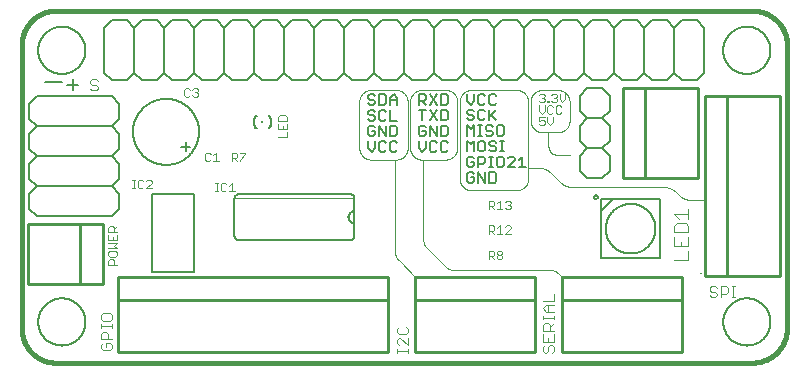
<source format=gto>
G75*
%MOIN*%
%OFA0B0*%
%FSLAX25Y25*%
%IPPOS*%
%LPD*%
%AMOC8*
5,1,8,0,0,1.08239X$1,22.5*
%
%ADD10C,0.01600*%
%ADD11C,0.00700*%
%ADD12C,0.00500*%
%ADD13C,0.00300*%
%ADD14C,0.00200*%
%ADD15C,0.00600*%
%ADD16C,0.01000*%
%ADD17C,0.00400*%
%ADD18C,0.00800*%
%ADD19C,0.00040*%
%ADD20R,0.00787X0.00787*%
%ADD21R,0.00984X0.00591*%
D10*
X0015799Y0007181D02*
X0247431Y0007181D01*
X0259424Y0018440D02*
X0259424Y0112975D01*
X0259420Y0113257D01*
X0259410Y0113540D01*
X0259393Y0113822D01*
X0259368Y0114104D01*
X0259337Y0114385D01*
X0259299Y0114665D01*
X0259254Y0114944D01*
X0259202Y0115222D01*
X0259144Y0115499D01*
X0259078Y0115774D01*
X0259006Y0116048D01*
X0258928Y0116319D01*
X0258842Y0116589D01*
X0258750Y0116856D01*
X0258652Y0117121D01*
X0258547Y0117384D01*
X0258435Y0117644D01*
X0258318Y0117901D01*
X0258194Y0118155D01*
X0258063Y0118406D01*
X0257927Y0118654D01*
X0257785Y0118898D01*
X0257636Y0119139D01*
X0257482Y0119376D01*
X0257322Y0119609D01*
X0257157Y0119839D01*
X0256986Y0120064D01*
X0256809Y0120285D01*
X0256627Y0120501D01*
X0256440Y0120713D01*
X0256247Y0120920D01*
X0256050Y0121123D01*
X0255848Y0121320D01*
X0255641Y0121513D01*
X0255429Y0121700D01*
X0255213Y0121882D01*
X0254992Y0122059D01*
X0254767Y0122231D01*
X0254538Y0122396D01*
X0254305Y0122557D01*
X0254068Y0122711D01*
X0253827Y0122859D01*
X0253583Y0123002D01*
X0253335Y0123138D01*
X0253084Y0123269D01*
X0252830Y0123393D01*
X0252573Y0123511D01*
X0252314Y0123623D01*
X0252051Y0123728D01*
X0251786Y0123827D01*
X0251519Y0123919D01*
X0251249Y0124004D01*
X0250978Y0124084D01*
X0250704Y0124156D01*
X0250429Y0124221D01*
X0250153Y0124280D01*
X0249875Y0124332D01*
X0249596Y0124377D01*
X0249315Y0124416D01*
X0249034Y0124447D01*
X0248753Y0124472D01*
X0248470Y0124489D01*
X0248188Y0124500D01*
X0247905Y0124504D01*
X0015709Y0124504D01*
X0015433Y0124500D01*
X0015157Y0124490D01*
X0014881Y0124473D01*
X0014606Y0124449D01*
X0014332Y0124419D01*
X0014058Y0124382D01*
X0013785Y0124339D01*
X0013514Y0124289D01*
X0013244Y0124232D01*
X0012975Y0124169D01*
X0012708Y0124099D01*
X0012442Y0124023D01*
X0012179Y0123941D01*
X0011917Y0123852D01*
X0011658Y0123757D01*
X0011401Y0123655D01*
X0011147Y0123548D01*
X0010895Y0123434D01*
X0010647Y0123314D01*
X0010401Y0123188D01*
X0010158Y0123057D01*
X0009919Y0122919D01*
X0009683Y0122776D01*
X0009450Y0122627D01*
X0009221Y0122473D01*
X0008996Y0122313D01*
X0008775Y0122147D01*
X0008558Y0121977D01*
X0008345Y0121801D01*
X0008137Y0121620D01*
X0007932Y0121434D01*
X0007733Y0121243D01*
X0007538Y0121048D01*
X0007348Y0120847D01*
X0007163Y0120643D01*
X0006982Y0120433D01*
X0006807Y0120220D01*
X0006638Y0120002D01*
X0006473Y0119781D01*
X0006314Y0119555D01*
X0006160Y0119325D01*
X0006012Y0119092D01*
X0005870Y0118856D01*
X0005733Y0118616D01*
X0005602Y0118373D01*
X0005478Y0118126D01*
X0005359Y0117877D01*
X0005246Y0117625D01*
X0005139Y0117370D01*
X0005039Y0117113D01*
X0004945Y0116854D01*
X0004857Y0116592D01*
X0004775Y0116328D01*
X0004700Y0116062D01*
X0004631Y0115795D01*
X0004569Y0115526D01*
X0004513Y0115256D01*
X0004464Y0114984D01*
X0004422Y0114711D01*
X0004386Y0114437D01*
X0004357Y0114163D01*
X0004334Y0113888D01*
X0004318Y0113612D01*
X0004309Y0113336D01*
X0004306Y0113060D01*
X0004306Y0018474D01*
X0004312Y0018199D01*
X0004325Y0017924D01*
X0004344Y0017649D01*
X0004369Y0017375D01*
X0004402Y0017102D01*
X0004440Y0016829D01*
X0004486Y0016557D01*
X0004538Y0016287D01*
X0004596Y0016018D01*
X0004661Y0015750D01*
X0004733Y0015485D01*
X0004811Y0015221D01*
X0004895Y0014958D01*
X0004985Y0014698D01*
X0005082Y0014441D01*
X0005185Y0014185D01*
X0005294Y0013933D01*
X0005410Y0013682D01*
X0005531Y0013435D01*
X0005658Y0013191D01*
X0005791Y0012950D01*
X0005930Y0012712D01*
X0006074Y0012478D01*
X0006224Y0012247D01*
X0006380Y0012020D01*
X0006541Y0011797D01*
X0006707Y0011577D01*
X0006879Y0011362D01*
X0007056Y0011151D01*
X0007238Y0010944D01*
X0007425Y0010742D01*
X0007616Y0010545D01*
X0007813Y0010352D01*
X0008014Y0010163D01*
X0008219Y0009980D01*
X0008429Y0009802D01*
X0008643Y0009629D01*
X0008861Y0009461D01*
X0009084Y0009298D01*
X0009310Y0009141D01*
X0009539Y0008990D01*
X0009773Y0008844D01*
X0010010Y0008703D01*
X0010250Y0008569D01*
X0010493Y0008440D01*
X0010740Y0008317D01*
X0010989Y0008200D01*
X0011241Y0008089D01*
X0011496Y0007985D01*
X0011753Y0007886D01*
X0012012Y0007794D01*
X0012274Y0007708D01*
X0012537Y0007629D01*
X0012803Y0007555D01*
X0013070Y0007489D01*
X0013338Y0007428D01*
X0013608Y0007374D01*
X0013880Y0007327D01*
X0014152Y0007287D01*
X0014425Y0007252D01*
X0014699Y0007225D01*
X0014974Y0007204D01*
X0015248Y0007190D01*
X0015524Y0007182D01*
X0015799Y0007181D01*
X0247432Y0007181D02*
X0247713Y0007175D01*
X0247994Y0007177D01*
X0248275Y0007185D01*
X0248555Y0007200D01*
X0248836Y0007221D01*
X0249115Y0007250D01*
X0249394Y0007285D01*
X0249672Y0007327D01*
X0249949Y0007375D01*
X0250225Y0007431D01*
X0250499Y0007493D01*
X0250771Y0007561D01*
X0251042Y0007636D01*
X0251311Y0007718D01*
X0251578Y0007806D01*
X0251843Y0007901D01*
X0252105Y0008001D01*
X0252365Y0008109D01*
X0252622Y0008222D01*
X0252877Y0008342D01*
X0253128Y0008468D01*
X0253376Y0008599D01*
X0253621Y0008737D01*
X0253863Y0008881D01*
X0254101Y0009030D01*
X0254336Y0009185D01*
X0254566Y0009346D01*
X0254793Y0009512D01*
X0255015Y0009684D01*
X0255234Y0009861D01*
X0255448Y0010043D01*
X0255657Y0010231D01*
X0255862Y0010423D01*
X0256062Y0010620D01*
X0256258Y0010822D01*
X0256448Y0011029D01*
X0256634Y0011240D01*
X0256814Y0011456D01*
X0256989Y0011676D01*
X0257159Y0011900D01*
X0257323Y0012128D01*
X0257481Y0012361D01*
X0257634Y0012596D01*
X0257781Y0012836D01*
X0257923Y0013079D01*
X0258058Y0013325D01*
X0258188Y0013575D01*
X0258311Y0013827D01*
X0258428Y0014083D01*
X0258539Y0014341D01*
X0258644Y0014602D01*
X0258743Y0014865D01*
X0258835Y0015131D01*
X0258920Y0015398D01*
X0258999Y0015668D01*
X0259072Y0015940D01*
X0259138Y0016213D01*
X0259197Y0016488D01*
X0259250Y0016764D01*
X0259296Y0017041D01*
X0259335Y0017319D01*
X0259368Y0017598D01*
X0259394Y0017878D01*
X0259413Y0018159D01*
X0259425Y0018440D01*
D11*
X0017758Y0100861D02*
X0012220Y0100861D01*
D12*
X0019450Y0099851D02*
X0023120Y0099851D01*
X0021285Y0101686D02*
X0021285Y0098016D01*
X0119759Y0096028D02*
X0119759Y0095444D01*
X0120343Y0094860D01*
X0121511Y0094860D01*
X0122094Y0094277D01*
X0122094Y0093693D01*
X0121511Y0093109D01*
X0120343Y0093109D01*
X0119759Y0093693D01*
X0120343Y0091399D02*
X0119759Y0090815D01*
X0119759Y0090231D01*
X0120343Y0089647D01*
X0121511Y0089647D01*
X0122094Y0089063D01*
X0122094Y0088479D01*
X0121511Y0087896D01*
X0120343Y0087896D01*
X0119759Y0088479D01*
X0120343Y0086185D02*
X0119759Y0085601D01*
X0119759Y0083266D01*
X0120343Y0082682D01*
X0121511Y0082682D01*
X0122094Y0083266D01*
X0122094Y0084434D01*
X0120927Y0084434D01*
X0122094Y0085601D02*
X0121511Y0086185D01*
X0120343Y0086185D01*
X0123442Y0086185D02*
X0125777Y0082682D01*
X0125777Y0086185D01*
X0127125Y0086185D02*
X0128877Y0086185D01*
X0129461Y0085601D01*
X0129461Y0083266D01*
X0128877Y0082682D01*
X0127125Y0082682D01*
X0127125Y0086185D01*
X0127125Y0087896D02*
X0129461Y0087896D01*
X0127125Y0087896D02*
X0127125Y0091399D01*
X0125777Y0090815D02*
X0125194Y0091399D01*
X0124026Y0091399D01*
X0123442Y0090815D01*
X0123442Y0088479D01*
X0124026Y0087896D01*
X0125194Y0087896D01*
X0125777Y0088479D01*
X0123442Y0086185D02*
X0123442Y0082682D01*
X0124026Y0080972D02*
X0123442Y0080388D01*
X0123442Y0078053D01*
X0124026Y0077469D01*
X0125194Y0077469D01*
X0125777Y0078053D01*
X0127125Y0078053D02*
X0127709Y0077469D01*
X0128877Y0077469D01*
X0129461Y0078053D01*
X0127125Y0078053D02*
X0127125Y0080388D01*
X0127709Y0080972D01*
X0128877Y0080972D01*
X0129461Y0080388D01*
X0125777Y0080388D02*
X0125194Y0080972D01*
X0124026Y0080972D01*
X0122094Y0080972D02*
X0122094Y0078636D01*
X0120927Y0077469D01*
X0119759Y0078636D01*
X0119759Y0080972D01*
X0136630Y0081016D02*
X0136630Y0078680D01*
X0137798Y0077513D01*
X0138965Y0078680D01*
X0138965Y0081016D01*
X0140313Y0080432D02*
X0140313Y0078097D01*
X0140897Y0077513D01*
X0142065Y0077513D01*
X0142648Y0078097D01*
X0143996Y0078097D02*
X0144580Y0077513D01*
X0145748Y0077513D01*
X0146332Y0078097D01*
X0143996Y0078097D02*
X0143996Y0080432D01*
X0144580Y0081016D01*
X0145748Y0081016D01*
X0146332Y0080432D01*
X0142648Y0080432D02*
X0142065Y0081016D01*
X0140897Y0081016D01*
X0140313Y0080432D01*
X0140313Y0082726D02*
X0140313Y0086229D01*
X0142648Y0082726D01*
X0142648Y0086229D01*
X0143996Y0086229D02*
X0145748Y0086229D01*
X0146332Y0085645D01*
X0146332Y0083310D01*
X0145748Y0082726D01*
X0143996Y0082726D01*
X0143996Y0086229D01*
X0143996Y0087940D02*
X0145748Y0087940D01*
X0146332Y0088523D01*
X0146332Y0090859D01*
X0145748Y0091443D01*
X0143996Y0091443D01*
X0143996Y0087940D01*
X0142648Y0087940D02*
X0140313Y0091443D01*
X0138965Y0091443D02*
X0136630Y0091443D01*
X0137798Y0091443D02*
X0137798Y0087940D01*
X0138382Y0086229D02*
X0137214Y0086229D01*
X0136630Y0085645D01*
X0136630Y0083310D01*
X0137214Y0082726D01*
X0138382Y0082726D01*
X0138965Y0083310D01*
X0138965Y0084478D01*
X0137798Y0084478D01*
X0138965Y0085645D02*
X0138382Y0086229D01*
X0140313Y0087940D02*
X0142648Y0091443D01*
X0142648Y0093153D02*
X0140313Y0096656D01*
X0138965Y0096072D02*
X0138965Y0094904D01*
X0138382Y0094321D01*
X0136630Y0094321D01*
X0137798Y0094321D02*
X0138965Y0093153D01*
X0140313Y0093153D02*
X0142648Y0096656D01*
X0143996Y0096656D02*
X0145748Y0096656D01*
X0146332Y0096072D01*
X0146332Y0093737D01*
X0145748Y0093153D01*
X0143996Y0093153D01*
X0143996Y0096656D01*
X0138965Y0096072D02*
X0138382Y0096656D01*
X0136630Y0096656D01*
X0136630Y0093153D01*
X0129461Y0093109D02*
X0129461Y0095444D01*
X0128293Y0096612D01*
X0127125Y0095444D01*
X0127125Y0093109D01*
X0125777Y0093693D02*
X0125777Y0096028D01*
X0125194Y0096612D01*
X0123442Y0096612D01*
X0123442Y0093109D01*
X0125194Y0093109D01*
X0125777Y0093693D01*
X0127125Y0094860D02*
X0129461Y0094860D01*
X0122094Y0096028D02*
X0121511Y0096612D01*
X0120343Y0096612D01*
X0119759Y0096028D01*
X0120343Y0091399D02*
X0121511Y0091399D01*
X0122094Y0090815D01*
X0152804Y0090938D02*
X0152804Y0090354D01*
X0153388Y0089770D01*
X0154555Y0089770D01*
X0155139Y0089186D01*
X0155139Y0088602D01*
X0154555Y0088019D01*
X0153388Y0088019D01*
X0152804Y0088602D01*
X0152804Y0086308D02*
X0153972Y0085141D01*
X0155139Y0086308D01*
X0155139Y0082805D01*
X0156487Y0082805D02*
X0157655Y0082805D01*
X0157071Y0082805D02*
X0157071Y0086308D01*
X0156487Y0086308D02*
X0157655Y0086308D01*
X0158943Y0085724D02*
X0158943Y0085141D01*
X0159526Y0084557D01*
X0160694Y0084557D01*
X0161278Y0083973D01*
X0161278Y0083389D01*
X0160694Y0082805D01*
X0159526Y0082805D01*
X0158943Y0083389D01*
X0158239Y0081095D02*
X0157071Y0081095D01*
X0156487Y0080511D01*
X0156487Y0078176D01*
X0157071Y0077592D01*
X0158239Y0077592D01*
X0158822Y0078176D01*
X0158822Y0080511D01*
X0158239Y0081095D01*
X0160170Y0080511D02*
X0160754Y0081095D01*
X0161922Y0081095D01*
X0162506Y0080511D01*
X0161922Y0079343D02*
X0160754Y0079343D01*
X0160170Y0079927D01*
X0160170Y0080511D01*
X0161922Y0079343D02*
X0162506Y0078759D01*
X0162506Y0078176D01*
X0161922Y0077592D01*
X0160754Y0077592D01*
X0160170Y0078176D01*
X0160170Y0075881D02*
X0161338Y0075881D01*
X0160754Y0075881D02*
X0160754Y0072378D01*
X0160170Y0072378D02*
X0161338Y0072378D01*
X0162626Y0072962D02*
X0163210Y0072378D01*
X0164377Y0072378D01*
X0164961Y0072962D01*
X0164961Y0075298D01*
X0164377Y0075881D01*
X0163210Y0075881D01*
X0162626Y0075298D01*
X0162626Y0072962D01*
X0158822Y0074130D02*
X0158822Y0075298D01*
X0158239Y0075881D01*
X0156487Y0075881D01*
X0156487Y0072378D01*
X0156487Y0073546D02*
X0158239Y0073546D01*
X0158822Y0074130D01*
X0158822Y0070668D02*
X0158822Y0067165D01*
X0156487Y0070668D01*
X0156487Y0067165D01*
X0155139Y0067749D02*
X0155139Y0068916D01*
X0153972Y0068916D01*
X0155139Y0067749D02*
X0154555Y0067165D01*
X0153388Y0067165D01*
X0152804Y0067749D01*
X0152804Y0070084D01*
X0153388Y0070668D01*
X0154555Y0070668D01*
X0155139Y0070084D01*
X0154555Y0072378D02*
X0155139Y0072962D01*
X0155139Y0074130D01*
X0153972Y0074130D01*
X0155139Y0075298D02*
X0154555Y0075881D01*
X0153388Y0075881D01*
X0152804Y0075298D01*
X0152804Y0072962D01*
X0153388Y0072378D01*
X0154555Y0072378D01*
X0160170Y0070668D02*
X0161922Y0070668D01*
X0162506Y0070084D01*
X0162506Y0067749D01*
X0161922Y0067165D01*
X0160170Y0067165D01*
X0160170Y0070668D01*
X0166309Y0072378D02*
X0168644Y0074714D01*
X0168644Y0075298D01*
X0168060Y0075881D01*
X0166893Y0075881D01*
X0166309Y0075298D01*
X0169992Y0074714D02*
X0171160Y0075881D01*
X0171160Y0072378D01*
X0172327Y0072378D02*
X0169992Y0072378D01*
X0168644Y0072378D02*
X0166309Y0072378D01*
X0165021Y0077592D02*
X0163853Y0077592D01*
X0164437Y0077592D02*
X0164437Y0081095D01*
X0163853Y0081095D02*
X0165021Y0081095D01*
X0164377Y0082805D02*
X0163210Y0082805D01*
X0162626Y0083389D01*
X0162626Y0085724D01*
X0163210Y0086308D01*
X0164377Y0086308D01*
X0164961Y0085724D01*
X0164961Y0083389D01*
X0164377Y0082805D01*
X0161278Y0085724D02*
X0160694Y0086308D01*
X0159526Y0086308D01*
X0158943Y0085724D01*
X0158239Y0088019D02*
X0157071Y0088019D01*
X0156487Y0088602D01*
X0156487Y0090938D01*
X0157071Y0091522D01*
X0158239Y0091522D01*
X0158822Y0090938D01*
X0160170Y0091522D02*
X0160170Y0088019D01*
X0160170Y0089186D02*
X0162506Y0091522D01*
X0161922Y0093232D02*
X0160754Y0093232D01*
X0160170Y0093816D01*
X0160170Y0096151D01*
X0160754Y0096735D01*
X0161922Y0096735D01*
X0162506Y0096151D01*
X0158822Y0096151D02*
X0158239Y0096735D01*
X0157071Y0096735D01*
X0156487Y0096151D01*
X0156487Y0093816D01*
X0157071Y0093232D01*
X0158239Y0093232D01*
X0158822Y0093816D01*
X0161922Y0093232D02*
X0162506Y0093816D01*
X0160754Y0089770D02*
X0162506Y0088019D01*
X0158822Y0088602D02*
X0158239Y0088019D01*
X0155139Y0090938D02*
X0154555Y0091522D01*
X0153388Y0091522D01*
X0152804Y0090938D01*
X0153972Y0093232D02*
X0155139Y0094400D01*
X0155139Y0096735D01*
X0152804Y0096735D02*
X0152804Y0094400D01*
X0153972Y0093232D01*
X0152804Y0086308D02*
X0152804Y0082805D01*
X0152804Y0081095D02*
X0153972Y0079927D01*
X0155139Y0081095D01*
X0155139Y0077592D01*
X0152804Y0077592D02*
X0152804Y0081095D01*
X0195178Y0062427D02*
X0195180Y0062474D01*
X0195186Y0062520D01*
X0195195Y0062566D01*
X0195209Y0062610D01*
X0195226Y0062654D01*
X0195247Y0062695D01*
X0195271Y0062735D01*
X0195298Y0062773D01*
X0195329Y0062808D01*
X0195362Y0062841D01*
X0195398Y0062871D01*
X0195437Y0062897D01*
X0195477Y0062921D01*
X0195519Y0062940D01*
X0195563Y0062957D01*
X0195608Y0062969D01*
X0195654Y0062978D01*
X0195700Y0062983D01*
X0195747Y0062984D01*
X0195793Y0062981D01*
X0195839Y0062974D01*
X0195885Y0062963D01*
X0195929Y0062949D01*
X0195972Y0062931D01*
X0196013Y0062909D01*
X0196053Y0062884D01*
X0196090Y0062856D01*
X0196125Y0062825D01*
X0196157Y0062791D01*
X0196186Y0062754D01*
X0196211Y0062716D01*
X0196234Y0062675D01*
X0196253Y0062632D01*
X0196268Y0062588D01*
X0196280Y0062543D01*
X0196288Y0062497D01*
X0196292Y0062450D01*
X0196292Y0062404D01*
X0196288Y0062357D01*
X0196280Y0062311D01*
X0196268Y0062266D01*
X0196253Y0062222D01*
X0196234Y0062179D01*
X0196211Y0062138D01*
X0196186Y0062100D01*
X0196157Y0062063D01*
X0196125Y0062029D01*
X0196090Y0061998D01*
X0196053Y0061970D01*
X0196014Y0061945D01*
X0195972Y0061923D01*
X0195929Y0061905D01*
X0195885Y0061891D01*
X0195839Y0061880D01*
X0195793Y0061873D01*
X0195747Y0061870D01*
X0195700Y0061871D01*
X0195654Y0061876D01*
X0195608Y0061885D01*
X0195563Y0061897D01*
X0195519Y0061914D01*
X0195477Y0061933D01*
X0195437Y0061957D01*
X0195398Y0061983D01*
X0195362Y0062013D01*
X0195329Y0062046D01*
X0195298Y0062081D01*
X0195271Y0062119D01*
X0195247Y0062159D01*
X0195226Y0062200D01*
X0195209Y0062244D01*
X0195195Y0062288D01*
X0195186Y0062334D01*
X0195180Y0062380D01*
X0195178Y0062427D01*
X0197443Y0061687D02*
X0201380Y0061687D01*
X0197443Y0057750D01*
X0197443Y0061687D01*
X0201380Y0061687D02*
X0217128Y0061687D01*
X0217128Y0042001D01*
X0197443Y0042001D01*
X0197443Y0057750D01*
X0199018Y0051844D02*
X0199020Y0052047D01*
X0199028Y0052250D01*
X0199040Y0052452D01*
X0199058Y0052654D01*
X0199080Y0052856D01*
X0199107Y0053057D01*
X0199140Y0053258D01*
X0199177Y0053457D01*
X0199219Y0053656D01*
X0199266Y0053853D01*
X0199317Y0054049D01*
X0199374Y0054244D01*
X0199435Y0054438D01*
X0199501Y0054629D01*
X0199572Y0054820D01*
X0199647Y0055008D01*
X0199727Y0055195D01*
X0199812Y0055379D01*
X0199901Y0055561D01*
X0199994Y0055742D01*
X0200092Y0055919D01*
X0200194Y0056095D01*
X0200301Y0056267D01*
X0200411Y0056437D01*
X0200526Y0056605D01*
X0200645Y0056769D01*
X0200768Y0056931D01*
X0200895Y0057089D01*
X0201025Y0057244D01*
X0201160Y0057396D01*
X0201298Y0057545D01*
X0201440Y0057690D01*
X0201585Y0057832D01*
X0201734Y0057970D01*
X0201886Y0058105D01*
X0202041Y0058235D01*
X0202199Y0058362D01*
X0202361Y0058485D01*
X0202525Y0058604D01*
X0202693Y0058719D01*
X0202863Y0058829D01*
X0203035Y0058936D01*
X0203211Y0059038D01*
X0203388Y0059136D01*
X0203569Y0059229D01*
X0203751Y0059318D01*
X0203935Y0059403D01*
X0204122Y0059483D01*
X0204310Y0059558D01*
X0204501Y0059629D01*
X0204692Y0059695D01*
X0204886Y0059756D01*
X0205081Y0059813D01*
X0205277Y0059864D01*
X0205474Y0059911D01*
X0205673Y0059953D01*
X0205872Y0059990D01*
X0206073Y0060023D01*
X0206274Y0060050D01*
X0206476Y0060072D01*
X0206678Y0060090D01*
X0206880Y0060102D01*
X0207083Y0060110D01*
X0207286Y0060112D01*
X0207489Y0060110D01*
X0207692Y0060102D01*
X0207894Y0060090D01*
X0208096Y0060072D01*
X0208298Y0060050D01*
X0208499Y0060023D01*
X0208700Y0059990D01*
X0208899Y0059953D01*
X0209098Y0059911D01*
X0209295Y0059864D01*
X0209491Y0059813D01*
X0209686Y0059756D01*
X0209880Y0059695D01*
X0210071Y0059629D01*
X0210262Y0059558D01*
X0210450Y0059483D01*
X0210637Y0059403D01*
X0210821Y0059318D01*
X0211003Y0059229D01*
X0211184Y0059136D01*
X0211361Y0059038D01*
X0211537Y0058936D01*
X0211709Y0058829D01*
X0211879Y0058719D01*
X0212047Y0058604D01*
X0212211Y0058485D01*
X0212373Y0058362D01*
X0212531Y0058235D01*
X0212686Y0058105D01*
X0212838Y0057970D01*
X0212987Y0057832D01*
X0213132Y0057690D01*
X0213274Y0057545D01*
X0213412Y0057396D01*
X0213547Y0057244D01*
X0213677Y0057089D01*
X0213804Y0056931D01*
X0213927Y0056769D01*
X0214046Y0056605D01*
X0214161Y0056437D01*
X0214271Y0056267D01*
X0214378Y0056095D01*
X0214480Y0055919D01*
X0214578Y0055742D01*
X0214671Y0055561D01*
X0214760Y0055379D01*
X0214845Y0055195D01*
X0214925Y0055008D01*
X0215000Y0054820D01*
X0215071Y0054629D01*
X0215137Y0054438D01*
X0215198Y0054244D01*
X0215255Y0054049D01*
X0215306Y0053853D01*
X0215353Y0053656D01*
X0215395Y0053457D01*
X0215432Y0053258D01*
X0215465Y0053057D01*
X0215492Y0052856D01*
X0215514Y0052654D01*
X0215532Y0052452D01*
X0215544Y0052250D01*
X0215552Y0052047D01*
X0215554Y0051844D01*
X0215552Y0051641D01*
X0215544Y0051438D01*
X0215532Y0051236D01*
X0215514Y0051034D01*
X0215492Y0050832D01*
X0215465Y0050631D01*
X0215432Y0050430D01*
X0215395Y0050231D01*
X0215353Y0050032D01*
X0215306Y0049835D01*
X0215255Y0049639D01*
X0215198Y0049444D01*
X0215137Y0049250D01*
X0215071Y0049059D01*
X0215000Y0048868D01*
X0214925Y0048680D01*
X0214845Y0048493D01*
X0214760Y0048309D01*
X0214671Y0048127D01*
X0214578Y0047946D01*
X0214480Y0047769D01*
X0214378Y0047593D01*
X0214271Y0047421D01*
X0214161Y0047251D01*
X0214046Y0047083D01*
X0213927Y0046919D01*
X0213804Y0046757D01*
X0213677Y0046599D01*
X0213547Y0046444D01*
X0213412Y0046292D01*
X0213274Y0046143D01*
X0213132Y0045998D01*
X0212987Y0045856D01*
X0212838Y0045718D01*
X0212686Y0045583D01*
X0212531Y0045453D01*
X0212373Y0045326D01*
X0212211Y0045203D01*
X0212047Y0045084D01*
X0211879Y0044969D01*
X0211709Y0044859D01*
X0211537Y0044752D01*
X0211361Y0044650D01*
X0211184Y0044552D01*
X0211003Y0044459D01*
X0210821Y0044370D01*
X0210637Y0044285D01*
X0210450Y0044205D01*
X0210262Y0044130D01*
X0210071Y0044059D01*
X0209880Y0043993D01*
X0209686Y0043932D01*
X0209491Y0043875D01*
X0209295Y0043824D01*
X0209098Y0043777D01*
X0208899Y0043735D01*
X0208700Y0043698D01*
X0208499Y0043665D01*
X0208298Y0043638D01*
X0208096Y0043616D01*
X0207894Y0043598D01*
X0207692Y0043586D01*
X0207489Y0043578D01*
X0207286Y0043576D01*
X0207083Y0043578D01*
X0206880Y0043586D01*
X0206678Y0043598D01*
X0206476Y0043616D01*
X0206274Y0043638D01*
X0206073Y0043665D01*
X0205872Y0043698D01*
X0205673Y0043735D01*
X0205474Y0043777D01*
X0205277Y0043824D01*
X0205081Y0043875D01*
X0204886Y0043932D01*
X0204692Y0043993D01*
X0204501Y0044059D01*
X0204310Y0044130D01*
X0204122Y0044205D01*
X0203935Y0044285D01*
X0203751Y0044370D01*
X0203569Y0044459D01*
X0203388Y0044552D01*
X0203211Y0044650D01*
X0203035Y0044752D01*
X0202863Y0044859D01*
X0202693Y0044969D01*
X0202525Y0045084D01*
X0202361Y0045203D01*
X0202199Y0045326D01*
X0202041Y0045453D01*
X0201886Y0045583D01*
X0201734Y0045718D01*
X0201585Y0045856D01*
X0201440Y0045998D01*
X0201298Y0046143D01*
X0201160Y0046292D01*
X0201025Y0046444D01*
X0200895Y0046599D01*
X0200768Y0046757D01*
X0200645Y0046919D01*
X0200526Y0047083D01*
X0200411Y0047251D01*
X0200301Y0047421D01*
X0200194Y0047593D01*
X0200092Y0047769D01*
X0199994Y0047946D01*
X0199901Y0048127D01*
X0199812Y0048309D01*
X0199727Y0048493D01*
X0199647Y0048680D01*
X0199572Y0048868D01*
X0199501Y0049059D01*
X0199435Y0049250D01*
X0199374Y0049444D01*
X0199317Y0049639D01*
X0199266Y0049835D01*
X0199219Y0050032D01*
X0199177Y0050231D01*
X0199140Y0050430D01*
X0199107Y0050631D01*
X0199080Y0050832D01*
X0199058Y0051034D01*
X0199040Y0051236D01*
X0199028Y0051438D01*
X0199020Y0051641D01*
X0199018Y0051844D01*
D13*
X0218338Y0065707D02*
X0218488Y0065705D01*
X0218637Y0065699D01*
X0218786Y0065690D01*
X0218935Y0065677D01*
X0219084Y0065660D01*
X0219232Y0065639D01*
X0219380Y0065614D01*
X0219527Y0065586D01*
X0219673Y0065554D01*
X0219818Y0065518D01*
X0219963Y0065479D01*
X0220106Y0065436D01*
X0220248Y0065390D01*
X0220389Y0065339D01*
X0220529Y0065286D01*
X0220667Y0065228D01*
X0220804Y0065168D01*
X0220939Y0065103D01*
X0221072Y0065036D01*
X0221204Y0064965D01*
X0221334Y0064891D01*
X0221462Y0064813D01*
X0221588Y0064732D01*
X0221712Y0064648D01*
X0221834Y0064561D01*
X0221953Y0064471D01*
X0222070Y0064378D01*
X0222185Y0064282D01*
X0222297Y0064183D01*
X0222407Y0064082D01*
X0222514Y0063977D01*
X0223355Y0063136D01*
X0227531Y0061406D02*
X0231966Y0061406D01*
X0227531Y0061405D02*
X0227381Y0061407D01*
X0227232Y0061413D01*
X0227083Y0061422D01*
X0226934Y0061435D01*
X0226785Y0061452D01*
X0226637Y0061473D01*
X0226489Y0061498D01*
X0226342Y0061526D01*
X0226196Y0061558D01*
X0226051Y0061594D01*
X0225906Y0061633D01*
X0225763Y0061676D01*
X0225621Y0061722D01*
X0225480Y0061773D01*
X0225340Y0061826D01*
X0225202Y0061884D01*
X0225065Y0061944D01*
X0224930Y0062009D01*
X0224797Y0062076D01*
X0224665Y0062147D01*
X0224535Y0062221D01*
X0224407Y0062299D01*
X0224281Y0062380D01*
X0224157Y0062464D01*
X0224035Y0062551D01*
X0223916Y0062641D01*
X0223799Y0062734D01*
X0223684Y0062830D01*
X0223572Y0062929D01*
X0223462Y0063030D01*
X0223355Y0063135D01*
X0218338Y0065707D02*
X0187879Y0065707D01*
X0183703Y0067437D02*
X0180738Y0070402D01*
X0176562Y0072132D02*
X0173156Y0072132D01*
X0173144Y0068561D02*
X0173144Y0094151D01*
X0173944Y0094152D02*
X0173944Y0087853D01*
X0173946Y0087729D01*
X0173952Y0087606D01*
X0173961Y0087482D01*
X0173975Y0087360D01*
X0173992Y0087237D01*
X0174014Y0087115D01*
X0174039Y0086994D01*
X0174068Y0086874D01*
X0174100Y0086755D01*
X0174137Y0086636D01*
X0174177Y0086519D01*
X0174220Y0086404D01*
X0174268Y0086289D01*
X0174319Y0086177D01*
X0174373Y0086066D01*
X0174431Y0085956D01*
X0174492Y0085849D01*
X0174557Y0085743D01*
X0174625Y0085640D01*
X0174696Y0085539D01*
X0174770Y0085440D01*
X0174847Y0085343D01*
X0174928Y0085249D01*
X0175011Y0085158D01*
X0175097Y0085069D01*
X0175186Y0084983D01*
X0175277Y0084900D01*
X0175371Y0084819D01*
X0175468Y0084742D01*
X0175567Y0084668D01*
X0175668Y0084597D01*
X0175771Y0084529D01*
X0175877Y0084464D01*
X0175984Y0084403D01*
X0176094Y0084345D01*
X0176205Y0084291D01*
X0176317Y0084240D01*
X0176432Y0084192D01*
X0176547Y0084149D01*
X0176664Y0084109D01*
X0176783Y0084072D01*
X0176902Y0084040D01*
X0177022Y0084011D01*
X0177143Y0083986D01*
X0177265Y0083964D01*
X0177388Y0083947D01*
X0177510Y0083933D01*
X0177634Y0083924D01*
X0177757Y0083918D01*
X0177881Y0083916D01*
X0182999Y0083916D01*
X0179875Y0083636D02*
X0179875Y0079597D01*
X0180871Y0077192D02*
X0180940Y0077126D01*
X0181011Y0077063D01*
X0181086Y0077002D01*
X0181162Y0076945D01*
X0181241Y0076891D01*
X0181322Y0076841D01*
X0181405Y0076794D01*
X0181490Y0076750D01*
X0181577Y0076710D01*
X0181665Y0076673D01*
X0181755Y0076640D01*
X0181846Y0076611D01*
X0181938Y0076586D01*
X0182031Y0076564D01*
X0182125Y0076547D01*
X0182219Y0076533D01*
X0182314Y0076523D01*
X0182410Y0076517D01*
X0182505Y0076515D01*
X0186920Y0076515D01*
X0180871Y0077192D02*
X0180794Y0077272D01*
X0180719Y0077355D01*
X0180647Y0077439D01*
X0180578Y0077527D01*
X0180512Y0077616D01*
X0180448Y0077708D01*
X0180388Y0077801D01*
X0180331Y0077896D01*
X0180277Y0077994D01*
X0180226Y0078093D01*
X0180178Y0078193D01*
X0180134Y0078295D01*
X0180093Y0078399D01*
X0180055Y0078504D01*
X0180021Y0078610D01*
X0179991Y0078717D01*
X0179964Y0078825D01*
X0179940Y0078933D01*
X0179920Y0079043D01*
X0179904Y0079153D01*
X0179891Y0079264D01*
X0179882Y0079375D01*
X0179877Y0079486D01*
X0179875Y0079597D01*
X0182999Y0083916D02*
X0183123Y0083918D01*
X0183246Y0083924D01*
X0183370Y0083933D01*
X0183492Y0083947D01*
X0183615Y0083964D01*
X0183737Y0083986D01*
X0183858Y0084011D01*
X0183978Y0084040D01*
X0184097Y0084072D01*
X0184216Y0084109D01*
X0184333Y0084149D01*
X0184448Y0084192D01*
X0184563Y0084240D01*
X0184675Y0084291D01*
X0184786Y0084345D01*
X0184896Y0084403D01*
X0185003Y0084464D01*
X0185109Y0084529D01*
X0185212Y0084597D01*
X0185313Y0084668D01*
X0185412Y0084742D01*
X0185509Y0084819D01*
X0185603Y0084900D01*
X0185694Y0084983D01*
X0185783Y0085069D01*
X0185869Y0085158D01*
X0185952Y0085249D01*
X0186033Y0085343D01*
X0186110Y0085440D01*
X0186184Y0085539D01*
X0186255Y0085640D01*
X0186323Y0085743D01*
X0186388Y0085849D01*
X0186449Y0085956D01*
X0186507Y0086066D01*
X0186561Y0086177D01*
X0186612Y0086289D01*
X0186660Y0086404D01*
X0186703Y0086519D01*
X0186743Y0086636D01*
X0186780Y0086755D01*
X0186812Y0086874D01*
X0186841Y0086994D01*
X0186866Y0087115D01*
X0186888Y0087237D01*
X0186905Y0087360D01*
X0186919Y0087482D01*
X0186928Y0087606D01*
X0186934Y0087729D01*
X0186936Y0087853D01*
X0186936Y0094152D01*
X0186934Y0094276D01*
X0186928Y0094399D01*
X0186919Y0094523D01*
X0186905Y0094645D01*
X0186888Y0094768D01*
X0186866Y0094890D01*
X0186841Y0095011D01*
X0186812Y0095131D01*
X0186780Y0095250D01*
X0186743Y0095369D01*
X0186703Y0095486D01*
X0186660Y0095601D01*
X0186612Y0095716D01*
X0186561Y0095828D01*
X0186507Y0095939D01*
X0186449Y0096049D01*
X0186388Y0096156D01*
X0186323Y0096262D01*
X0186255Y0096365D01*
X0186184Y0096466D01*
X0186110Y0096565D01*
X0186033Y0096662D01*
X0185952Y0096756D01*
X0185869Y0096847D01*
X0185783Y0096936D01*
X0185694Y0097022D01*
X0185603Y0097105D01*
X0185509Y0097186D01*
X0185412Y0097263D01*
X0185313Y0097337D01*
X0185212Y0097408D01*
X0185109Y0097476D01*
X0185003Y0097541D01*
X0184896Y0097602D01*
X0184786Y0097660D01*
X0184675Y0097714D01*
X0184563Y0097765D01*
X0184448Y0097813D01*
X0184333Y0097856D01*
X0184216Y0097896D01*
X0184097Y0097933D01*
X0183978Y0097965D01*
X0183858Y0097994D01*
X0183737Y0098019D01*
X0183615Y0098041D01*
X0183492Y0098058D01*
X0183370Y0098072D01*
X0183246Y0098081D01*
X0183123Y0098087D01*
X0182999Y0098089D01*
X0177881Y0098089D01*
X0177757Y0098087D01*
X0177634Y0098081D01*
X0177510Y0098072D01*
X0177388Y0098058D01*
X0177265Y0098041D01*
X0177143Y0098019D01*
X0177022Y0097994D01*
X0176902Y0097965D01*
X0176783Y0097933D01*
X0176664Y0097896D01*
X0176547Y0097856D01*
X0176432Y0097813D01*
X0176317Y0097765D01*
X0176205Y0097714D01*
X0176094Y0097660D01*
X0175984Y0097602D01*
X0175877Y0097541D01*
X0175771Y0097476D01*
X0175668Y0097408D01*
X0175567Y0097337D01*
X0175468Y0097263D01*
X0175371Y0097186D01*
X0175277Y0097105D01*
X0175186Y0097022D01*
X0175097Y0096936D01*
X0175011Y0096847D01*
X0174928Y0096756D01*
X0174847Y0096662D01*
X0174770Y0096565D01*
X0174696Y0096466D01*
X0174625Y0096365D01*
X0174557Y0096262D01*
X0174492Y0096156D01*
X0174431Y0096049D01*
X0174373Y0095939D01*
X0174319Y0095828D01*
X0174268Y0095716D01*
X0174220Y0095601D01*
X0174177Y0095486D01*
X0174137Y0095369D01*
X0174100Y0095250D01*
X0174068Y0095131D01*
X0174039Y0095011D01*
X0174014Y0094890D01*
X0173992Y0094768D01*
X0173975Y0094645D01*
X0173961Y0094523D01*
X0173952Y0094399D01*
X0173946Y0094276D01*
X0173944Y0094152D01*
X0173144Y0094151D02*
X0173142Y0094275D01*
X0173136Y0094398D01*
X0173127Y0094522D01*
X0173113Y0094644D01*
X0173096Y0094767D01*
X0173074Y0094889D01*
X0173049Y0095010D01*
X0173020Y0095130D01*
X0172988Y0095249D01*
X0172951Y0095368D01*
X0172911Y0095485D01*
X0172868Y0095600D01*
X0172820Y0095715D01*
X0172769Y0095827D01*
X0172715Y0095938D01*
X0172657Y0096048D01*
X0172596Y0096155D01*
X0172531Y0096261D01*
X0172463Y0096364D01*
X0172392Y0096465D01*
X0172318Y0096564D01*
X0172241Y0096661D01*
X0172160Y0096755D01*
X0172077Y0096846D01*
X0171991Y0096935D01*
X0171902Y0097021D01*
X0171811Y0097104D01*
X0171717Y0097185D01*
X0171620Y0097262D01*
X0171521Y0097336D01*
X0171420Y0097407D01*
X0171317Y0097475D01*
X0171211Y0097540D01*
X0171104Y0097601D01*
X0170994Y0097659D01*
X0170883Y0097713D01*
X0170771Y0097764D01*
X0170656Y0097812D01*
X0170541Y0097855D01*
X0170424Y0097895D01*
X0170305Y0097932D01*
X0170186Y0097964D01*
X0170066Y0097993D01*
X0169945Y0098018D01*
X0169823Y0098040D01*
X0169700Y0098057D01*
X0169578Y0098071D01*
X0169454Y0098080D01*
X0169331Y0098086D01*
X0169207Y0098088D01*
X0154247Y0098088D01*
X0154123Y0098086D01*
X0154000Y0098080D01*
X0153876Y0098071D01*
X0153754Y0098057D01*
X0153631Y0098040D01*
X0153509Y0098018D01*
X0153388Y0097993D01*
X0153268Y0097964D01*
X0153149Y0097932D01*
X0153030Y0097895D01*
X0152913Y0097855D01*
X0152798Y0097812D01*
X0152683Y0097764D01*
X0152571Y0097713D01*
X0152460Y0097659D01*
X0152350Y0097601D01*
X0152243Y0097540D01*
X0152137Y0097475D01*
X0152034Y0097407D01*
X0151933Y0097336D01*
X0151834Y0097262D01*
X0151737Y0097185D01*
X0151643Y0097104D01*
X0151552Y0097021D01*
X0151463Y0096935D01*
X0151377Y0096846D01*
X0151294Y0096755D01*
X0151213Y0096661D01*
X0151136Y0096564D01*
X0151062Y0096465D01*
X0150991Y0096364D01*
X0150923Y0096261D01*
X0150858Y0096155D01*
X0150797Y0096048D01*
X0150739Y0095938D01*
X0150685Y0095827D01*
X0150634Y0095715D01*
X0150586Y0095600D01*
X0150543Y0095485D01*
X0150503Y0095368D01*
X0150466Y0095249D01*
X0150434Y0095130D01*
X0150405Y0095010D01*
X0150380Y0094889D01*
X0150358Y0094767D01*
X0150341Y0094644D01*
X0150327Y0094522D01*
X0150318Y0094398D01*
X0150312Y0094275D01*
X0150310Y0094151D01*
X0150310Y0068561D01*
X0150312Y0068437D01*
X0150318Y0068314D01*
X0150327Y0068190D01*
X0150341Y0068068D01*
X0150358Y0067945D01*
X0150380Y0067823D01*
X0150405Y0067702D01*
X0150434Y0067582D01*
X0150466Y0067463D01*
X0150503Y0067344D01*
X0150543Y0067227D01*
X0150586Y0067112D01*
X0150634Y0066997D01*
X0150685Y0066885D01*
X0150739Y0066774D01*
X0150797Y0066664D01*
X0150858Y0066557D01*
X0150923Y0066451D01*
X0150991Y0066348D01*
X0151062Y0066247D01*
X0151136Y0066148D01*
X0151213Y0066051D01*
X0151294Y0065957D01*
X0151377Y0065866D01*
X0151463Y0065777D01*
X0151552Y0065691D01*
X0151643Y0065608D01*
X0151737Y0065527D01*
X0151834Y0065450D01*
X0151933Y0065376D01*
X0152034Y0065305D01*
X0152137Y0065237D01*
X0152243Y0065172D01*
X0152350Y0065111D01*
X0152460Y0065053D01*
X0152571Y0064999D01*
X0152683Y0064948D01*
X0152798Y0064900D01*
X0152913Y0064857D01*
X0153030Y0064817D01*
X0153149Y0064780D01*
X0153268Y0064748D01*
X0153388Y0064719D01*
X0153509Y0064694D01*
X0153631Y0064672D01*
X0153754Y0064655D01*
X0153876Y0064641D01*
X0154000Y0064632D01*
X0154123Y0064626D01*
X0154247Y0064624D01*
X0169207Y0064624D01*
X0176562Y0072132D02*
X0176712Y0072130D01*
X0176861Y0072124D01*
X0177010Y0072115D01*
X0177159Y0072102D01*
X0177308Y0072085D01*
X0177456Y0072064D01*
X0177604Y0072039D01*
X0177751Y0072011D01*
X0177897Y0071979D01*
X0178042Y0071943D01*
X0178187Y0071904D01*
X0178330Y0071861D01*
X0178472Y0071815D01*
X0178613Y0071764D01*
X0178753Y0071711D01*
X0178891Y0071653D01*
X0179028Y0071593D01*
X0179163Y0071528D01*
X0179296Y0071461D01*
X0179428Y0071390D01*
X0179558Y0071316D01*
X0179686Y0071238D01*
X0179812Y0071157D01*
X0179936Y0071073D01*
X0180058Y0070986D01*
X0180177Y0070896D01*
X0180294Y0070803D01*
X0180409Y0070707D01*
X0180521Y0070608D01*
X0180631Y0070507D01*
X0180738Y0070402D01*
X0183703Y0067437D02*
X0183810Y0067332D01*
X0183920Y0067231D01*
X0184032Y0067132D01*
X0184147Y0067036D01*
X0184264Y0066943D01*
X0184383Y0066853D01*
X0184505Y0066766D01*
X0184629Y0066682D01*
X0184755Y0066601D01*
X0184883Y0066523D01*
X0185013Y0066449D01*
X0185145Y0066378D01*
X0185278Y0066311D01*
X0185413Y0066246D01*
X0185550Y0066186D01*
X0185688Y0066128D01*
X0185828Y0066075D01*
X0185969Y0066024D01*
X0186111Y0065978D01*
X0186254Y0065935D01*
X0186399Y0065896D01*
X0186544Y0065860D01*
X0186690Y0065828D01*
X0186837Y0065800D01*
X0186985Y0065775D01*
X0187133Y0065754D01*
X0187282Y0065737D01*
X0187431Y0065724D01*
X0187580Y0065715D01*
X0187729Y0065709D01*
X0187879Y0065707D01*
X0173144Y0068561D02*
X0173142Y0068437D01*
X0173136Y0068314D01*
X0173127Y0068190D01*
X0173113Y0068068D01*
X0173096Y0067945D01*
X0173074Y0067823D01*
X0173049Y0067702D01*
X0173020Y0067582D01*
X0172988Y0067463D01*
X0172951Y0067344D01*
X0172911Y0067227D01*
X0172868Y0067112D01*
X0172820Y0066997D01*
X0172769Y0066885D01*
X0172715Y0066774D01*
X0172657Y0066664D01*
X0172596Y0066557D01*
X0172531Y0066451D01*
X0172463Y0066348D01*
X0172392Y0066247D01*
X0172318Y0066148D01*
X0172241Y0066051D01*
X0172160Y0065957D01*
X0172077Y0065866D01*
X0171991Y0065777D01*
X0171902Y0065691D01*
X0171811Y0065608D01*
X0171717Y0065527D01*
X0171620Y0065450D01*
X0171521Y0065376D01*
X0171420Y0065305D01*
X0171317Y0065237D01*
X0171211Y0065172D01*
X0171104Y0065111D01*
X0170994Y0065053D01*
X0170883Y0064999D01*
X0170771Y0064948D01*
X0170656Y0064900D01*
X0170541Y0064857D01*
X0170424Y0064817D01*
X0170305Y0064780D01*
X0170186Y0064748D01*
X0170066Y0064719D01*
X0169945Y0064694D01*
X0169823Y0064672D01*
X0169700Y0064655D01*
X0169578Y0064641D01*
X0169454Y0064632D01*
X0169331Y0064626D01*
X0169207Y0064624D01*
X0145585Y0074860D02*
X0137711Y0074860D01*
X0138192Y0074808D02*
X0138192Y0048204D01*
X0139345Y0045420D02*
X0145508Y0039257D01*
X0148292Y0038104D02*
X0180359Y0038104D01*
X0183143Y0036951D02*
X0184844Y0035250D01*
X0184817Y0035250D01*
X0183143Y0036951D02*
X0183054Y0037037D01*
X0182963Y0037120D01*
X0182869Y0037201D01*
X0182772Y0037278D01*
X0182673Y0037352D01*
X0182572Y0037423D01*
X0182469Y0037491D01*
X0182363Y0037556D01*
X0182256Y0037617D01*
X0182146Y0037675D01*
X0182035Y0037729D01*
X0181923Y0037780D01*
X0181808Y0037828D01*
X0181693Y0037871D01*
X0181576Y0037911D01*
X0181457Y0037948D01*
X0181338Y0037980D01*
X0181218Y0038009D01*
X0181097Y0038034D01*
X0180975Y0038056D01*
X0180852Y0038073D01*
X0180730Y0038087D01*
X0180606Y0038096D01*
X0180483Y0038102D01*
X0180359Y0038104D01*
X0148292Y0038104D02*
X0148168Y0038106D01*
X0148045Y0038112D01*
X0147921Y0038121D01*
X0147799Y0038135D01*
X0147676Y0038152D01*
X0147554Y0038174D01*
X0147433Y0038199D01*
X0147313Y0038228D01*
X0147194Y0038260D01*
X0147075Y0038297D01*
X0146958Y0038337D01*
X0146843Y0038380D01*
X0146728Y0038428D01*
X0146616Y0038479D01*
X0146505Y0038533D01*
X0146395Y0038591D01*
X0146288Y0038652D01*
X0146182Y0038717D01*
X0146079Y0038785D01*
X0145978Y0038856D01*
X0145879Y0038930D01*
X0145782Y0039007D01*
X0145688Y0039088D01*
X0145597Y0039171D01*
X0145508Y0039257D01*
X0135872Y0035335D02*
X0129965Y0041242D01*
X0128812Y0044026D02*
X0128812Y0074826D01*
X0129050Y0074860D02*
X0120782Y0074860D01*
X0120658Y0074862D01*
X0120535Y0074868D01*
X0120411Y0074877D01*
X0120289Y0074891D01*
X0120166Y0074908D01*
X0120044Y0074930D01*
X0119923Y0074955D01*
X0119803Y0074984D01*
X0119684Y0075016D01*
X0119565Y0075053D01*
X0119448Y0075093D01*
X0119333Y0075136D01*
X0119218Y0075184D01*
X0119106Y0075235D01*
X0118995Y0075289D01*
X0118885Y0075347D01*
X0118778Y0075408D01*
X0118672Y0075473D01*
X0118569Y0075541D01*
X0118468Y0075612D01*
X0118369Y0075686D01*
X0118272Y0075763D01*
X0118178Y0075844D01*
X0118087Y0075927D01*
X0117998Y0076013D01*
X0117912Y0076102D01*
X0117829Y0076193D01*
X0117748Y0076287D01*
X0117671Y0076384D01*
X0117597Y0076483D01*
X0117526Y0076584D01*
X0117458Y0076687D01*
X0117393Y0076793D01*
X0117332Y0076900D01*
X0117274Y0077010D01*
X0117220Y0077121D01*
X0117169Y0077233D01*
X0117121Y0077348D01*
X0117078Y0077463D01*
X0117038Y0077580D01*
X0117001Y0077699D01*
X0116969Y0077818D01*
X0116940Y0077938D01*
X0116915Y0078059D01*
X0116893Y0078181D01*
X0116876Y0078304D01*
X0116862Y0078426D01*
X0116853Y0078550D01*
X0116847Y0078673D01*
X0116845Y0078797D01*
X0116845Y0094151D01*
X0116847Y0094275D01*
X0116853Y0094398D01*
X0116862Y0094522D01*
X0116876Y0094644D01*
X0116893Y0094767D01*
X0116915Y0094889D01*
X0116940Y0095010D01*
X0116969Y0095130D01*
X0117001Y0095249D01*
X0117038Y0095368D01*
X0117078Y0095485D01*
X0117121Y0095600D01*
X0117169Y0095715D01*
X0117220Y0095827D01*
X0117274Y0095938D01*
X0117332Y0096048D01*
X0117393Y0096155D01*
X0117458Y0096261D01*
X0117526Y0096364D01*
X0117597Y0096465D01*
X0117671Y0096564D01*
X0117748Y0096661D01*
X0117829Y0096755D01*
X0117912Y0096846D01*
X0117998Y0096935D01*
X0118087Y0097021D01*
X0118178Y0097104D01*
X0118272Y0097185D01*
X0118369Y0097262D01*
X0118468Y0097336D01*
X0118569Y0097407D01*
X0118672Y0097475D01*
X0118778Y0097540D01*
X0118885Y0097601D01*
X0118995Y0097659D01*
X0119106Y0097713D01*
X0119218Y0097764D01*
X0119333Y0097812D01*
X0119448Y0097855D01*
X0119565Y0097895D01*
X0119684Y0097932D01*
X0119803Y0097964D01*
X0119923Y0097993D01*
X0120044Y0098018D01*
X0120166Y0098040D01*
X0120289Y0098057D01*
X0120411Y0098071D01*
X0120535Y0098080D01*
X0120658Y0098086D01*
X0120782Y0098088D01*
X0129050Y0098088D01*
X0129174Y0098086D01*
X0129297Y0098080D01*
X0129421Y0098071D01*
X0129543Y0098057D01*
X0129666Y0098040D01*
X0129788Y0098018D01*
X0129909Y0097993D01*
X0130029Y0097964D01*
X0130148Y0097932D01*
X0130267Y0097895D01*
X0130384Y0097855D01*
X0130499Y0097812D01*
X0130614Y0097764D01*
X0130726Y0097713D01*
X0130837Y0097659D01*
X0130947Y0097601D01*
X0131054Y0097540D01*
X0131160Y0097475D01*
X0131263Y0097407D01*
X0131364Y0097336D01*
X0131463Y0097262D01*
X0131560Y0097185D01*
X0131654Y0097104D01*
X0131745Y0097021D01*
X0131834Y0096935D01*
X0131920Y0096846D01*
X0132003Y0096755D01*
X0132084Y0096661D01*
X0132161Y0096564D01*
X0132235Y0096465D01*
X0132306Y0096364D01*
X0132374Y0096261D01*
X0132439Y0096155D01*
X0132500Y0096048D01*
X0132558Y0095938D01*
X0132612Y0095827D01*
X0132663Y0095715D01*
X0132711Y0095600D01*
X0132754Y0095485D01*
X0132794Y0095368D01*
X0132831Y0095249D01*
X0132863Y0095130D01*
X0132892Y0095010D01*
X0132917Y0094889D01*
X0132939Y0094767D01*
X0132956Y0094644D01*
X0132970Y0094522D01*
X0132979Y0094398D01*
X0132985Y0094275D01*
X0132987Y0094151D01*
X0132987Y0078797D01*
X0133774Y0078797D02*
X0133774Y0094151D01*
X0133776Y0094275D01*
X0133782Y0094398D01*
X0133791Y0094522D01*
X0133805Y0094644D01*
X0133822Y0094767D01*
X0133844Y0094889D01*
X0133869Y0095010D01*
X0133898Y0095130D01*
X0133930Y0095249D01*
X0133967Y0095368D01*
X0134007Y0095485D01*
X0134050Y0095600D01*
X0134098Y0095715D01*
X0134149Y0095827D01*
X0134203Y0095938D01*
X0134261Y0096048D01*
X0134322Y0096155D01*
X0134387Y0096261D01*
X0134455Y0096364D01*
X0134526Y0096465D01*
X0134600Y0096564D01*
X0134677Y0096661D01*
X0134758Y0096755D01*
X0134841Y0096846D01*
X0134927Y0096935D01*
X0135016Y0097021D01*
X0135107Y0097104D01*
X0135201Y0097185D01*
X0135298Y0097262D01*
X0135397Y0097336D01*
X0135498Y0097407D01*
X0135601Y0097475D01*
X0135707Y0097540D01*
X0135814Y0097601D01*
X0135924Y0097659D01*
X0136035Y0097713D01*
X0136147Y0097764D01*
X0136262Y0097812D01*
X0136377Y0097855D01*
X0136494Y0097895D01*
X0136613Y0097932D01*
X0136732Y0097964D01*
X0136852Y0097993D01*
X0136973Y0098018D01*
X0137095Y0098040D01*
X0137218Y0098057D01*
X0137340Y0098071D01*
X0137464Y0098080D01*
X0137587Y0098086D01*
X0137711Y0098088D01*
X0145585Y0098088D01*
X0145709Y0098086D01*
X0145832Y0098080D01*
X0145956Y0098071D01*
X0146078Y0098057D01*
X0146201Y0098040D01*
X0146323Y0098018D01*
X0146444Y0097993D01*
X0146564Y0097964D01*
X0146683Y0097932D01*
X0146802Y0097895D01*
X0146919Y0097855D01*
X0147034Y0097812D01*
X0147149Y0097764D01*
X0147261Y0097713D01*
X0147372Y0097659D01*
X0147482Y0097601D01*
X0147589Y0097540D01*
X0147695Y0097475D01*
X0147798Y0097407D01*
X0147899Y0097336D01*
X0147998Y0097262D01*
X0148095Y0097185D01*
X0148189Y0097104D01*
X0148280Y0097021D01*
X0148369Y0096935D01*
X0148455Y0096846D01*
X0148538Y0096755D01*
X0148619Y0096661D01*
X0148696Y0096564D01*
X0148770Y0096465D01*
X0148841Y0096364D01*
X0148909Y0096261D01*
X0148974Y0096155D01*
X0149035Y0096048D01*
X0149093Y0095938D01*
X0149147Y0095827D01*
X0149198Y0095715D01*
X0149246Y0095600D01*
X0149289Y0095485D01*
X0149329Y0095368D01*
X0149366Y0095249D01*
X0149398Y0095130D01*
X0149427Y0095010D01*
X0149452Y0094889D01*
X0149474Y0094767D01*
X0149491Y0094644D01*
X0149505Y0094522D01*
X0149514Y0094398D01*
X0149520Y0094275D01*
X0149522Y0094151D01*
X0149522Y0078797D01*
X0149520Y0078673D01*
X0149514Y0078550D01*
X0149505Y0078426D01*
X0149491Y0078304D01*
X0149474Y0078181D01*
X0149452Y0078059D01*
X0149427Y0077938D01*
X0149398Y0077818D01*
X0149366Y0077699D01*
X0149329Y0077580D01*
X0149289Y0077463D01*
X0149246Y0077348D01*
X0149198Y0077233D01*
X0149147Y0077121D01*
X0149093Y0077010D01*
X0149035Y0076900D01*
X0148974Y0076793D01*
X0148909Y0076687D01*
X0148841Y0076584D01*
X0148770Y0076483D01*
X0148696Y0076384D01*
X0148619Y0076287D01*
X0148538Y0076193D01*
X0148455Y0076102D01*
X0148369Y0076013D01*
X0148280Y0075927D01*
X0148189Y0075844D01*
X0148095Y0075763D01*
X0147998Y0075686D01*
X0147899Y0075612D01*
X0147798Y0075541D01*
X0147695Y0075473D01*
X0147589Y0075408D01*
X0147482Y0075347D01*
X0147372Y0075289D01*
X0147261Y0075235D01*
X0147149Y0075184D01*
X0147034Y0075136D01*
X0146919Y0075093D01*
X0146802Y0075053D01*
X0146683Y0075016D01*
X0146564Y0074984D01*
X0146444Y0074955D01*
X0146323Y0074930D01*
X0146201Y0074908D01*
X0146078Y0074891D01*
X0145956Y0074877D01*
X0145832Y0074868D01*
X0145709Y0074862D01*
X0145585Y0074860D01*
X0137711Y0074860D02*
X0137587Y0074862D01*
X0137464Y0074868D01*
X0137340Y0074877D01*
X0137218Y0074891D01*
X0137095Y0074908D01*
X0136973Y0074930D01*
X0136852Y0074955D01*
X0136732Y0074984D01*
X0136613Y0075016D01*
X0136494Y0075053D01*
X0136377Y0075093D01*
X0136262Y0075136D01*
X0136147Y0075184D01*
X0136035Y0075235D01*
X0135924Y0075289D01*
X0135814Y0075347D01*
X0135707Y0075408D01*
X0135601Y0075473D01*
X0135498Y0075541D01*
X0135397Y0075612D01*
X0135298Y0075686D01*
X0135201Y0075763D01*
X0135107Y0075844D01*
X0135016Y0075927D01*
X0134927Y0076013D01*
X0134841Y0076102D01*
X0134758Y0076193D01*
X0134677Y0076287D01*
X0134600Y0076384D01*
X0134526Y0076483D01*
X0134455Y0076584D01*
X0134387Y0076687D01*
X0134322Y0076793D01*
X0134261Y0076900D01*
X0134203Y0077010D01*
X0134149Y0077121D01*
X0134098Y0077233D01*
X0134050Y0077348D01*
X0134007Y0077463D01*
X0133967Y0077580D01*
X0133930Y0077699D01*
X0133898Y0077818D01*
X0133869Y0077938D01*
X0133844Y0078059D01*
X0133822Y0078181D01*
X0133805Y0078304D01*
X0133791Y0078426D01*
X0133782Y0078550D01*
X0133776Y0078673D01*
X0133774Y0078797D01*
X0132987Y0078797D02*
X0132985Y0078673D01*
X0132979Y0078550D01*
X0132970Y0078426D01*
X0132956Y0078304D01*
X0132939Y0078181D01*
X0132917Y0078059D01*
X0132892Y0077938D01*
X0132863Y0077818D01*
X0132831Y0077699D01*
X0132794Y0077580D01*
X0132754Y0077463D01*
X0132711Y0077348D01*
X0132663Y0077233D01*
X0132612Y0077121D01*
X0132558Y0077010D01*
X0132500Y0076900D01*
X0132439Y0076793D01*
X0132374Y0076687D01*
X0132306Y0076584D01*
X0132235Y0076483D01*
X0132161Y0076384D01*
X0132084Y0076287D01*
X0132003Y0076193D01*
X0131920Y0076102D01*
X0131834Y0076013D01*
X0131745Y0075927D01*
X0131654Y0075844D01*
X0131560Y0075763D01*
X0131463Y0075686D01*
X0131364Y0075612D01*
X0131263Y0075541D01*
X0131160Y0075473D01*
X0131054Y0075408D01*
X0130947Y0075347D01*
X0130837Y0075289D01*
X0130726Y0075235D01*
X0130614Y0075184D01*
X0130499Y0075136D01*
X0130384Y0075093D01*
X0130267Y0075053D01*
X0130148Y0075016D01*
X0130029Y0074984D01*
X0129909Y0074955D01*
X0129788Y0074930D01*
X0129666Y0074908D01*
X0129543Y0074891D01*
X0129421Y0074877D01*
X0129297Y0074868D01*
X0129174Y0074862D01*
X0129050Y0074860D01*
X0078826Y0076635D02*
X0077025Y0074833D01*
X0077025Y0074383D01*
X0076064Y0074383D02*
X0075163Y0075284D01*
X0075614Y0075284D02*
X0074262Y0075284D01*
X0074262Y0074383D02*
X0074262Y0077085D01*
X0075614Y0077085D01*
X0076064Y0076635D01*
X0076064Y0075734D01*
X0075614Y0075284D01*
X0078826Y0076635D02*
X0078826Y0077085D01*
X0077025Y0077085D01*
X0070026Y0074464D02*
X0068224Y0074464D01*
X0069125Y0074464D02*
X0069125Y0077166D01*
X0068224Y0076266D01*
X0067263Y0076716D02*
X0066813Y0077166D01*
X0065912Y0077166D01*
X0065462Y0076716D01*
X0065462Y0074915D01*
X0065912Y0074464D01*
X0066813Y0074464D01*
X0067263Y0074915D01*
X0068898Y0067021D02*
X0069799Y0067021D01*
X0069348Y0067021D02*
X0069348Y0064319D01*
X0068898Y0064319D02*
X0069799Y0064319D01*
X0070740Y0064769D02*
X0071190Y0064319D01*
X0072091Y0064319D01*
X0072541Y0064769D01*
X0073502Y0064319D02*
X0075303Y0064319D01*
X0074403Y0064319D02*
X0074403Y0067021D01*
X0073502Y0066121D01*
X0072541Y0066571D02*
X0072091Y0067021D01*
X0071190Y0067021D01*
X0070740Y0066571D01*
X0070740Y0064769D01*
X0035939Y0052649D02*
X0035038Y0051748D01*
X0035038Y0052199D02*
X0035038Y0050848D01*
X0035939Y0050848D02*
X0033237Y0050848D01*
X0033237Y0052199D01*
X0033687Y0052649D01*
X0034588Y0052649D01*
X0035038Y0052199D01*
X0035939Y0049887D02*
X0035939Y0048085D01*
X0033237Y0048085D01*
X0033237Y0049887D01*
X0034588Y0048986D02*
X0034588Y0048085D01*
X0035939Y0047124D02*
X0033237Y0047124D01*
X0033237Y0045323D02*
X0035939Y0045323D01*
X0035038Y0046224D01*
X0035939Y0047124D01*
X0035489Y0044362D02*
X0033687Y0044362D01*
X0033237Y0043912D01*
X0033237Y0043011D01*
X0033687Y0042561D01*
X0035489Y0042561D01*
X0035939Y0043011D01*
X0035939Y0043912D01*
X0035489Y0044362D01*
X0034588Y0041600D02*
X0035038Y0041149D01*
X0035038Y0039798D01*
X0035939Y0039798D02*
X0033237Y0039798D01*
X0033237Y0041149D01*
X0033687Y0041600D01*
X0034588Y0041600D01*
X0128812Y0044026D02*
X0128814Y0043902D01*
X0128820Y0043779D01*
X0128829Y0043655D01*
X0128843Y0043533D01*
X0128860Y0043410D01*
X0128882Y0043288D01*
X0128907Y0043167D01*
X0128936Y0043047D01*
X0128968Y0042928D01*
X0129005Y0042809D01*
X0129045Y0042692D01*
X0129088Y0042577D01*
X0129136Y0042462D01*
X0129187Y0042350D01*
X0129241Y0042239D01*
X0129299Y0042129D01*
X0129360Y0042022D01*
X0129425Y0041916D01*
X0129493Y0041813D01*
X0129564Y0041712D01*
X0129638Y0041613D01*
X0129715Y0041516D01*
X0129796Y0041422D01*
X0129879Y0041331D01*
X0129965Y0041242D01*
X0139345Y0045420D02*
X0139259Y0045509D01*
X0139176Y0045600D01*
X0139095Y0045694D01*
X0139018Y0045791D01*
X0138944Y0045890D01*
X0138873Y0045991D01*
X0138805Y0046094D01*
X0138740Y0046200D01*
X0138679Y0046307D01*
X0138621Y0046417D01*
X0138567Y0046528D01*
X0138516Y0046640D01*
X0138468Y0046755D01*
X0138425Y0046870D01*
X0138385Y0046987D01*
X0138348Y0047106D01*
X0138316Y0047225D01*
X0138287Y0047345D01*
X0138262Y0047466D01*
X0138240Y0047588D01*
X0138223Y0047711D01*
X0138209Y0047833D01*
X0138200Y0047957D01*
X0138194Y0048080D01*
X0138192Y0048204D01*
X0063037Y0096346D02*
X0062586Y0095896D01*
X0061686Y0095896D01*
X0061235Y0096346D01*
X0060275Y0096346D02*
X0059824Y0095896D01*
X0058923Y0095896D01*
X0058473Y0096346D01*
X0058473Y0098148D01*
X0058923Y0098598D01*
X0059824Y0098598D01*
X0060275Y0098148D01*
X0061235Y0098148D02*
X0061686Y0098598D01*
X0062586Y0098598D01*
X0063037Y0098148D01*
X0063037Y0097698D01*
X0062586Y0097247D01*
X0063037Y0096797D01*
X0063037Y0096346D01*
X0062586Y0097247D02*
X0062136Y0097247D01*
X0029697Y0098519D02*
X0029080Y0097902D01*
X0027845Y0097902D01*
X0027228Y0098519D01*
X0027845Y0099754D02*
X0029080Y0099754D01*
X0029697Y0099136D01*
X0029697Y0098519D01*
X0027845Y0099754D02*
X0027228Y0100371D01*
X0027228Y0100988D01*
X0027845Y0101605D01*
X0029080Y0101605D01*
X0029697Y0100988D01*
D14*
X0089898Y0089181D02*
X0089898Y0087780D01*
X0092700Y0087780D01*
X0092700Y0089181D01*
X0092233Y0089648D01*
X0090365Y0089648D01*
X0089898Y0089181D01*
X0089898Y0086886D02*
X0089898Y0085018D01*
X0092700Y0085018D01*
X0092700Y0086886D01*
X0091299Y0085952D02*
X0091299Y0085018D01*
X0092700Y0084124D02*
X0092700Y0082255D01*
X0089898Y0082255D01*
X0075248Y0062023D02*
X0115248Y0062023D01*
X0159948Y0061217D02*
X0159948Y0058415D01*
X0159948Y0059349D02*
X0161349Y0059349D01*
X0161816Y0059816D01*
X0161816Y0060750D01*
X0161349Y0061217D01*
X0159948Y0061217D01*
X0162710Y0060283D02*
X0163644Y0061217D01*
X0163644Y0058415D01*
X0162710Y0058415D02*
X0164579Y0058415D01*
X0165473Y0058882D02*
X0165940Y0058415D01*
X0166874Y0058415D01*
X0167341Y0058882D01*
X0167341Y0059349D01*
X0166874Y0059816D01*
X0166407Y0059816D01*
X0166874Y0059816D02*
X0167341Y0060283D01*
X0167341Y0060750D01*
X0166874Y0061217D01*
X0165940Y0061217D01*
X0165473Y0060750D01*
X0161816Y0058415D02*
X0160882Y0059349D01*
X0161349Y0052966D02*
X0159948Y0052966D01*
X0159948Y0050163D01*
X0159948Y0051098D02*
X0161349Y0051098D01*
X0161816Y0051565D01*
X0161816Y0052499D01*
X0161349Y0052966D01*
X0162710Y0052032D02*
X0163644Y0052966D01*
X0163644Y0050163D01*
X0162710Y0050163D02*
X0164579Y0050163D01*
X0165473Y0050163D02*
X0167341Y0052032D01*
X0167341Y0052499D01*
X0166874Y0052966D01*
X0165940Y0052966D01*
X0165473Y0052499D01*
X0161816Y0050163D02*
X0160882Y0051098D01*
X0165473Y0050163D02*
X0167341Y0050163D01*
X0164112Y0044514D02*
X0163177Y0044514D01*
X0162710Y0044047D01*
X0162710Y0043580D01*
X0163177Y0043113D01*
X0164112Y0043113D01*
X0164579Y0042646D01*
X0164579Y0042179D01*
X0164112Y0041712D01*
X0163177Y0041712D01*
X0162710Y0042179D01*
X0162710Y0042646D01*
X0163177Y0043113D01*
X0164112Y0043113D02*
X0164579Y0043580D01*
X0164579Y0044047D01*
X0164112Y0044514D01*
X0161816Y0044047D02*
X0161816Y0043113D01*
X0161349Y0042646D01*
X0159948Y0042646D01*
X0160882Y0042646D02*
X0161816Y0041712D01*
X0159948Y0041712D02*
X0159948Y0044514D01*
X0161349Y0044514D01*
X0161816Y0044047D01*
X0177210Y0086308D02*
X0176743Y0086775D01*
X0177210Y0086308D02*
X0178144Y0086308D01*
X0178611Y0086775D01*
X0178611Y0087709D01*
X0178144Y0088176D01*
X0177677Y0088176D01*
X0176743Y0087709D01*
X0176743Y0089110D01*
X0178611Y0089110D01*
X0179505Y0089110D02*
X0179505Y0087242D01*
X0180439Y0086308D01*
X0181374Y0087242D01*
X0181374Y0089110D01*
X0180907Y0090191D02*
X0181374Y0090658D01*
X0180907Y0090191D02*
X0179972Y0090191D01*
X0179505Y0090658D01*
X0179505Y0092526D01*
X0179972Y0092993D01*
X0180907Y0092993D01*
X0181374Y0092526D01*
X0182268Y0092526D02*
X0182268Y0090658D01*
X0182735Y0090191D01*
X0183669Y0090191D01*
X0184136Y0090658D01*
X0184136Y0092526D02*
X0183669Y0092993D01*
X0182735Y0092993D01*
X0182268Y0092526D01*
X0182288Y0094073D02*
X0181354Y0094073D01*
X0180887Y0094540D01*
X0179972Y0094540D02*
X0179972Y0094073D01*
X0179505Y0094073D01*
X0179505Y0094540D01*
X0179972Y0094540D01*
X0178611Y0094540D02*
X0178144Y0094073D01*
X0177210Y0094073D01*
X0176743Y0094540D01*
X0177677Y0095474D02*
X0178144Y0095474D01*
X0178611Y0095007D01*
X0178611Y0094540D01*
X0178144Y0095474D02*
X0178611Y0095941D01*
X0178611Y0096408D01*
X0178144Y0096875D01*
X0177210Y0096875D01*
X0176743Y0096408D01*
X0176743Y0092993D02*
X0176743Y0091125D01*
X0177677Y0090191D01*
X0178611Y0091125D01*
X0178611Y0092993D01*
X0182288Y0094073D02*
X0182755Y0094540D01*
X0182755Y0095007D01*
X0182288Y0095474D01*
X0181821Y0095474D01*
X0182288Y0095474D02*
X0182755Y0095941D01*
X0182755Y0096408D01*
X0182288Y0096875D01*
X0181354Y0096875D01*
X0180887Y0096408D01*
X0183649Y0096875D02*
X0183649Y0095007D01*
X0184583Y0094073D01*
X0185517Y0095007D01*
X0185517Y0096875D01*
X0047638Y0067637D02*
X0047638Y0067170D01*
X0045770Y0065302D01*
X0047638Y0065302D01*
X0044876Y0065769D02*
X0044409Y0065302D01*
X0043475Y0065302D01*
X0043008Y0065769D01*
X0043008Y0067637D01*
X0043475Y0068104D01*
X0044409Y0068104D01*
X0044876Y0067637D01*
X0045770Y0067637D02*
X0046237Y0068104D01*
X0047171Y0068104D01*
X0047638Y0067637D01*
X0042100Y0068104D02*
X0041166Y0068104D01*
X0041633Y0068104D02*
X0041633Y0065302D01*
X0041166Y0065302D02*
X0042100Y0065302D01*
D15*
X0058922Y0077624D02*
X0058922Y0079124D01*
X0057422Y0079124D01*
X0058922Y0079124D02*
X0058922Y0080624D01*
X0058922Y0079124D02*
X0060422Y0079124D01*
X0041422Y0084124D02*
X0041425Y0084394D01*
X0041435Y0084664D01*
X0041452Y0084933D01*
X0041475Y0085202D01*
X0041505Y0085471D01*
X0041541Y0085738D01*
X0041584Y0086005D01*
X0041633Y0086270D01*
X0041689Y0086534D01*
X0041752Y0086797D01*
X0041820Y0087058D01*
X0041896Y0087317D01*
X0041977Y0087574D01*
X0042065Y0087830D01*
X0042159Y0088083D01*
X0042259Y0088334D01*
X0042366Y0088582D01*
X0042478Y0088827D01*
X0042597Y0089070D01*
X0042721Y0089309D01*
X0042851Y0089546D01*
X0042987Y0089779D01*
X0043129Y0090009D01*
X0043276Y0090235D01*
X0043429Y0090458D01*
X0043587Y0090677D01*
X0043750Y0090892D01*
X0043919Y0091102D01*
X0044093Y0091309D01*
X0044272Y0091511D01*
X0044455Y0091709D01*
X0044644Y0091902D01*
X0044837Y0092091D01*
X0045035Y0092274D01*
X0045237Y0092453D01*
X0045444Y0092627D01*
X0045654Y0092796D01*
X0045869Y0092959D01*
X0046088Y0093117D01*
X0046311Y0093270D01*
X0046537Y0093417D01*
X0046767Y0093559D01*
X0047000Y0093695D01*
X0047237Y0093825D01*
X0047476Y0093949D01*
X0047719Y0094068D01*
X0047964Y0094180D01*
X0048212Y0094287D01*
X0048463Y0094387D01*
X0048716Y0094481D01*
X0048972Y0094569D01*
X0049229Y0094650D01*
X0049488Y0094726D01*
X0049749Y0094794D01*
X0050012Y0094857D01*
X0050276Y0094913D01*
X0050541Y0094962D01*
X0050808Y0095005D01*
X0051075Y0095041D01*
X0051344Y0095071D01*
X0051613Y0095094D01*
X0051882Y0095111D01*
X0052152Y0095121D01*
X0052422Y0095124D01*
X0052692Y0095121D01*
X0052962Y0095111D01*
X0053231Y0095094D01*
X0053500Y0095071D01*
X0053769Y0095041D01*
X0054036Y0095005D01*
X0054303Y0094962D01*
X0054568Y0094913D01*
X0054832Y0094857D01*
X0055095Y0094794D01*
X0055356Y0094726D01*
X0055615Y0094650D01*
X0055872Y0094569D01*
X0056128Y0094481D01*
X0056381Y0094387D01*
X0056632Y0094287D01*
X0056880Y0094180D01*
X0057125Y0094068D01*
X0057368Y0093949D01*
X0057607Y0093825D01*
X0057844Y0093695D01*
X0058077Y0093559D01*
X0058307Y0093417D01*
X0058533Y0093270D01*
X0058756Y0093117D01*
X0058975Y0092959D01*
X0059190Y0092796D01*
X0059400Y0092627D01*
X0059607Y0092453D01*
X0059809Y0092274D01*
X0060007Y0092091D01*
X0060200Y0091902D01*
X0060389Y0091709D01*
X0060572Y0091511D01*
X0060751Y0091309D01*
X0060925Y0091102D01*
X0061094Y0090892D01*
X0061257Y0090677D01*
X0061415Y0090458D01*
X0061568Y0090235D01*
X0061715Y0090009D01*
X0061857Y0089779D01*
X0061993Y0089546D01*
X0062123Y0089309D01*
X0062247Y0089070D01*
X0062366Y0088827D01*
X0062478Y0088582D01*
X0062585Y0088334D01*
X0062685Y0088083D01*
X0062779Y0087830D01*
X0062867Y0087574D01*
X0062948Y0087317D01*
X0063024Y0087058D01*
X0063092Y0086797D01*
X0063155Y0086534D01*
X0063211Y0086270D01*
X0063260Y0086005D01*
X0063303Y0085738D01*
X0063339Y0085471D01*
X0063369Y0085202D01*
X0063392Y0084933D01*
X0063409Y0084664D01*
X0063419Y0084394D01*
X0063422Y0084124D01*
X0063419Y0083854D01*
X0063409Y0083584D01*
X0063392Y0083315D01*
X0063369Y0083046D01*
X0063339Y0082777D01*
X0063303Y0082510D01*
X0063260Y0082243D01*
X0063211Y0081978D01*
X0063155Y0081714D01*
X0063092Y0081451D01*
X0063024Y0081190D01*
X0062948Y0080931D01*
X0062867Y0080674D01*
X0062779Y0080418D01*
X0062685Y0080165D01*
X0062585Y0079914D01*
X0062478Y0079666D01*
X0062366Y0079421D01*
X0062247Y0079178D01*
X0062123Y0078939D01*
X0061993Y0078702D01*
X0061857Y0078469D01*
X0061715Y0078239D01*
X0061568Y0078013D01*
X0061415Y0077790D01*
X0061257Y0077571D01*
X0061094Y0077356D01*
X0060925Y0077146D01*
X0060751Y0076939D01*
X0060572Y0076737D01*
X0060389Y0076539D01*
X0060200Y0076346D01*
X0060007Y0076157D01*
X0059809Y0075974D01*
X0059607Y0075795D01*
X0059400Y0075621D01*
X0059190Y0075452D01*
X0058975Y0075289D01*
X0058756Y0075131D01*
X0058533Y0074978D01*
X0058307Y0074831D01*
X0058077Y0074689D01*
X0057844Y0074553D01*
X0057607Y0074423D01*
X0057368Y0074299D01*
X0057125Y0074180D01*
X0056880Y0074068D01*
X0056632Y0073961D01*
X0056381Y0073861D01*
X0056128Y0073767D01*
X0055872Y0073679D01*
X0055615Y0073598D01*
X0055356Y0073522D01*
X0055095Y0073454D01*
X0054832Y0073391D01*
X0054568Y0073335D01*
X0054303Y0073286D01*
X0054036Y0073243D01*
X0053769Y0073207D01*
X0053500Y0073177D01*
X0053231Y0073154D01*
X0052962Y0073137D01*
X0052692Y0073127D01*
X0052422Y0073124D01*
X0052152Y0073127D01*
X0051882Y0073137D01*
X0051613Y0073154D01*
X0051344Y0073177D01*
X0051075Y0073207D01*
X0050808Y0073243D01*
X0050541Y0073286D01*
X0050276Y0073335D01*
X0050012Y0073391D01*
X0049749Y0073454D01*
X0049488Y0073522D01*
X0049229Y0073598D01*
X0048972Y0073679D01*
X0048716Y0073767D01*
X0048463Y0073861D01*
X0048212Y0073961D01*
X0047964Y0074068D01*
X0047719Y0074180D01*
X0047476Y0074299D01*
X0047237Y0074423D01*
X0047000Y0074553D01*
X0046767Y0074689D01*
X0046537Y0074831D01*
X0046311Y0074978D01*
X0046088Y0075131D01*
X0045869Y0075289D01*
X0045654Y0075452D01*
X0045444Y0075621D01*
X0045237Y0075795D01*
X0045035Y0075974D01*
X0044837Y0076157D01*
X0044644Y0076346D01*
X0044455Y0076539D01*
X0044272Y0076737D01*
X0044093Y0076939D01*
X0043919Y0077146D01*
X0043750Y0077356D01*
X0043587Y0077571D01*
X0043429Y0077790D01*
X0043276Y0078013D01*
X0043129Y0078239D01*
X0042987Y0078469D01*
X0042851Y0078702D01*
X0042721Y0078939D01*
X0042597Y0079178D01*
X0042478Y0079421D01*
X0042366Y0079666D01*
X0042259Y0079914D01*
X0042159Y0080165D01*
X0042065Y0080418D01*
X0041977Y0080674D01*
X0041896Y0080931D01*
X0041820Y0081190D01*
X0041752Y0081451D01*
X0041689Y0081714D01*
X0041633Y0081978D01*
X0041584Y0082243D01*
X0041541Y0082510D01*
X0041505Y0082777D01*
X0041475Y0083046D01*
X0041452Y0083315D01*
X0041435Y0083584D01*
X0041425Y0083854D01*
X0041422Y0084124D01*
X0039365Y0101323D02*
X0034365Y0101323D01*
X0031865Y0103823D01*
X0031865Y0118823D01*
X0034365Y0121323D01*
X0039365Y0121323D01*
X0041865Y0118823D01*
X0041865Y0103823D01*
X0044365Y0101323D01*
X0049365Y0101323D01*
X0051865Y0103823D01*
X0051865Y0118823D01*
X0054365Y0121323D01*
X0059365Y0121323D01*
X0061865Y0118823D01*
X0061865Y0103823D01*
X0064365Y0101323D01*
X0069365Y0101323D01*
X0071865Y0103823D01*
X0071865Y0118823D01*
X0074365Y0121323D01*
X0079365Y0121323D01*
X0081865Y0118823D01*
X0081865Y0103823D01*
X0084365Y0101323D01*
X0089365Y0101323D01*
X0091865Y0103823D01*
X0091865Y0118823D01*
X0094365Y0121323D01*
X0099365Y0121323D01*
X0101865Y0118823D01*
X0101865Y0103823D01*
X0099365Y0101323D01*
X0094365Y0101323D01*
X0091865Y0103823D01*
X0081865Y0103823D02*
X0079365Y0101323D01*
X0074365Y0101323D01*
X0071865Y0103823D01*
X0061865Y0103823D02*
X0059365Y0101323D01*
X0054365Y0101323D01*
X0051865Y0103823D01*
X0041865Y0103823D02*
X0039365Y0101323D01*
X0041865Y0118823D02*
X0044365Y0121323D01*
X0049365Y0121323D01*
X0051865Y0118823D01*
X0061865Y0118823D02*
X0064365Y0121323D01*
X0069365Y0121323D01*
X0071865Y0118823D01*
X0081865Y0118823D02*
X0084365Y0121323D01*
X0089365Y0121323D01*
X0091865Y0118823D01*
X0101865Y0118823D02*
X0104365Y0121323D01*
X0109365Y0121323D01*
X0111865Y0118823D01*
X0111865Y0103823D01*
X0109365Y0101323D01*
X0104365Y0101323D01*
X0101865Y0103823D01*
X0111865Y0103823D02*
X0114365Y0101323D01*
X0119365Y0101323D01*
X0121865Y0103823D01*
X0121865Y0118823D01*
X0124365Y0121323D01*
X0129365Y0121323D01*
X0131865Y0118823D01*
X0131865Y0103823D01*
X0129365Y0101323D01*
X0124365Y0101323D01*
X0121865Y0103823D01*
X0131865Y0103823D02*
X0134365Y0101323D01*
X0139365Y0101323D01*
X0141865Y0103823D01*
X0141865Y0118823D01*
X0144365Y0121323D01*
X0149365Y0121323D01*
X0151865Y0118823D01*
X0151865Y0103823D01*
X0149365Y0101323D01*
X0144365Y0101323D01*
X0141865Y0103823D01*
X0151865Y0103823D02*
X0154365Y0101323D01*
X0159365Y0101323D01*
X0161865Y0103823D01*
X0161865Y0118823D01*
X0164365Y0121323D01*
X0169365Y0121323D01*
X0171865Y0118823D01*
X0171865Y0103823D01*
X0169365Y0101323D01*
X0164365Y0101323D01*
X0161865Y0103823D01*
X0171865Y0103823D02*
X0174365Y0101323D01*
X0179365Y0101323D01*
X0181865Y0103823D01*
X0181865Y0118823D01*
X0184365Y0121323D01*
X0189365Y0121323D01*
X0191865Y0118823D01*
X0191865Y0103823D01*
X0189365Y0101323D01*
X0184365Y0101323D01*
X0181865Y0103823D01*
X0191865Y0103823D02*
X0194365Y0101323D01*
X0199365Y0101323D01*
X0201865Y0103823D01*
X0201865Y0118823D01*
X0204365Y0121323D01*
X0209365Y0121323D01*
X0211865Y0118823D01*
X0211865Y0103823D01*
X0209365Y0101323D01*
X0204365Y0101323D01*
X0201865Y0103823D01*
X0197892Y0098692D02*
X0192892Y0098692D01*
X0190392Y0096192D01*
X0190392Y0091192D01*
X0192892Y0088692D01*
X0190392Y0086192D01*
X0190392Y0081192D01*
X0192892Y0078692D01*
X0190392Y0076192D01*
X0190392Y0071192D01*
X0192892Y0068692D01*
X0197892Y0068692D01*
X0200392Y0071192D01*
X0200392Y0076192D01*
X0197892Y0078692D01*
X0192892Y0078692D01*
X0197892Y0078692D02*
X0200392Y0081192D01*
X0200392Y0086192D01*
X0197892Y0088692D01*
X0192892Y0088692D01*
X0197892Y0088692D02*
X0200392Y0091192D01*
X0200392Y0096192D01*
X0197892Y0098692D01*
X0211865Y0103823D02*
X0214365Y0101323D01*
X0219365Y0101323D01*
X0221865Y0103823D01*
X0224365Y0101323D01*
X0229365Y0101323D01*
X0231865Y0103823D01*
X0231865Y0118823D01*
X0229365Y0121323D01*
X0224365Y0121323D01*
X0221865Y0118823D01*
X0221865Y0103823D01*
X0221865Y0118823D02*
X0219365Y0121323D01*
X0214365Y0121323D01*
X0211865Y0118823D01*
X0201865Y0118823D02*
X0199365Y0121323D01*
X0194365Y0121323D01*
X0191865Y0118823D01*
X0181865Y0118823D02*
X0179365Y0121323D01*
X0174365Y0121323D01*
X0171865Y0118823D01*
X0161865Y0118823D02*
X0159365Y0121323D01*
X0154365Y0121323D01*
X0151865Y0118823D01*
X0141865Y0118823D02*
X0139365Y0121323D01*
X0134365Y0121323D01*
X0131865Y0118823D01*
X0121865Y0118823D02*
X0119365Y0121323D01*
X0114365Y0121323D01*
X0111865Y0118823D01*
X0113748Y0063423D02*
X0076748Y0063423D01*
X0076672Y0063421D01*
X0076596Y0063415D01*
X0076521Y0063406D01*
X0076446Y0063392D01*
X0076372Y0063375D01*
X0076299Y0063354D01*
X0076227Y0063330D01*
X0076156Y0063301D01*
X0076087Y0063270D01*
X0076020Y0063235D01*
X0075955Y0063196D01*
X0075891Y0063154D01*
X0075830Y0063109D01*
X0075771Y0063061D01*
X0075715Y0063010D01*
X0075661Y0062956D01*
X0075610Y0062900D01*
X0075562Y0062841D01*
X0075517Y0062780D01*
X0075475Y0062716D01*
X0075436Y0062651D01*
X0075401Y0062584D01*
X0075370Y0062515D01*
X0075341Y0062444D01*
X0075317Y0062372D01*
X0075296Y0062299D01*
X0075279Y0062225D01*
X0075265Y0062150D01*
X0075256Y0062075D01*
X0075250Y0061999D01*
X0075248Y0061923D01*
X0075248Y0049523D01*
X0075250Y0049447D01*
X0075256Y0049371D01*
X0075265Y0049296D01*
X0075279Y0049221D01*
X0075296Y0049147D01*
X0075317Y0049074D01*
X0075341Y0049002D01*
X0075370Y0048931D01*
X0075401Y0048862D01*
X0075436Y0048795D01*
X0075475Y0048730D01*
X0075517Y0048666D01*
X0075562Y0048605D01*
X0075610Y0048546D01*
X0075661Y0048490D01*
X0075715Y0048436D01*
X0075771Y0048385D01*
X0075830Y0048337D01*
X0075891Y0048292D01*
X0075955Y0048250D01*
X0076020Y0048211D01*
X0076087Y0048176D01*
X0076156Y0048145D01*
X0076227Y0048116D01*
X0076299Y0048092D01*
X0076372Y0048071D01*
X0076446Y0048054D01*
X0076521Y0048040D01*
X0076596Y0048031D01*
X0076672Y0048025D01*
X0076748Y0048023D01*
X0113748Y0048023D01*
X0113824Y0048025D01*
X0113900Y0048031D01*
X0113975Y0048040D01*
X0114050Y0048054D01*
X0114124Y0048071D01*
X0114197Y0048092D01*
X0114269Y0048116D01*
X0114340Y0048145D01*
X0114409Y0048176D01*
X0114476Y0048211D01*
X0114541Y0048250D01*
X0114605Y0048292D01*
X0114666Y0048337D01*
X0114725Y0048385D01*
X0114781Y0048436D01*
X0114835Y0048490D01*
X0114886Y0048546D01*
X0114934Y0048605D01*
X0114979Y0048666D01*
X0115021Y0048730D01*
X0115060Y0048795D01*
X0115095Y0048862D01*
X0115126Y0048931D01*
X0115155Y0049002D01*
X0115179Y0049074D01*
X0115200Y0049147D01*
X0115217Y0049221D01*
X0115231Y0049296D01*
X0115240Y0049371D01*
X0115246Y0049447D01*
X0115248Y0049523D01*
X0115248Y0061923D01*
X0115246Y0061999D01*
X0115240Y0062075D01*
X0115231Y0062150D01*
X0115217Y0062225D01*
X0115200Y0062299D01*
X0115179Y0062372D01*
X0115155Y0062444D01*
X0115126Y0062515D01*
X0115095Y0062584D01*
X0115060Y0062651D01*
X0115021Y0062716D01*
X0114979Y0062780D01*
X0114934Y0062841D01*
X0114886Y0062900D01*
X0114835Y0062956D01*
X0114781Y0063010D01*
X0114725Y0063061D01*
X0114666Y0063109D01*
X0114605Y0063154D01*
X0114541Y0063196D01*
X0114476Y0063235D01*
X0114409Y0063270D01*
X0114340Y0063301D01*
X0114269Y0063330D01*
X0114197Y0063354D01*
X0114124Y0063375D01*
X0114050Y0063392D01*
X0113975Y0063406D01*
X0113900Y0063415D01*
X0113824Y0063421D01*
X0113748Y0063423D01*
X0115248Y0057723D02*
X0115160Y0057721D01*
X0115071Y0057715D01*
X0114983Y0057705D01*
X0114896Y0057692D01*
X0114809Y0057674D01*
X0114723Y0057653D01*
X0114638Y0057628D01*
X0114555Y0057599D01*
X0114472Y0057566D01*
X0114392Y0057530D01*
X0114313Y0057491D01*
X0114235Y0057448D01*
X0114160Y0057401D01*
X0114087Y0057351D01*
X0114016Y0057298D01*
X0113947Y0057242D01*
X0113881Y0057183D01*
X0113818Y0057121D01*
X0113758Y0057057D01*
X0113700Y0056990D01*
X0113646Y0056920D01*
X0113594Y0056848D01*
X0113546Y0056774D01*
X0113501Y0056697D01*
X0113460Y0056619D01*
X0113422Y0056539D01*
X0113388Y0056458D01*
X0113357Y0056375D01*
X0113330Y0056290D01*
X0113307Y0056205D01*
X0113288Y0056119D01*
X0113272Y0056031D01*
X0113260Y0055944D01*
X0113252Y0055856D01*
X0113248Y0055767D01*
X0113248Y0055679D01*
X0113252Y0055590D01*
X0113260Y0055502D01*
X0113272Y0055415D01*
X0113288Y0055327D01*
X0113307Y0055241D01*
X0113330Y0055156D01*
X0113357Y0055071D01*
X0113388Y0054988D01*
X0113422Y0054907D01*
X0113460Y0054827D01*
X0113501Y0054749D01*
X0113546Y0054672D01*
X0113594Y0054598D01*
X0113646Y0054526D01*
X0113700Y0054456D01*
X0113758Y0054389D01*
X0113818Y0054325D01*
X0113881Y0054263D01*
X0113947Y0054204D01*
X0114016Y0054148D01*
X0114087Y0054095D01*
X0114160Y0054045D01*
X0114235Y0053998D01*
X0114313Y0053955D01*
X0114392Y0053916D01*
X0114472Y0053880D01*
X0114555Y0053847D01*
X0114638Y0053818D01*
X0114723Y0053793D01*
X0114809Y0053772D01*
X0114896Y0053754D01*
X0114983Y0053741D01*
X0115071Y0053731D01*
X0115160Y0053725D01*
X0115248Y0053723D01*
X0230733Y0036995D02*
X0230734Y0036995D01*
X0230735Y0036994D01*
X0230735Y0036993D01*
D16*
X0231948Y0036047D02*
X0239448Y0036047D01*
X0239448Y0096047D01*
X0256948Y0096047D01*
X0256948Y0036047D01*
X0239448Y0036047D01*
X0231948Y0036047D02*
X0231948Y0096047D01*
X0239448Y0096047D01*
X0229741Y0098692D02*
X0229741Y0068692D01*
X0212241Y0068692D01*
X0212241Y0098692D01*
X0229741Y0098692D01*
X0212241Y0098692D02*
X0204741Y0098692D01*
X0204741Y0068692D01*
X0212241Y0068692D01*
X0224408Y0035690D02*
X0184408Y0035690D01*
X0184408Y0028190D01*
X0224408Y0028190D01*
X0224408Y0010690D01*
X0184408Y0010690D01*
X0184408Y0028190D01*
X0175478Y0028190D02*
X0135478Y0028190D01*
X0135478Y0035690D01*
X0175478Y0035690D01*
X0175478Y0028190D01*
X0175478Y0010690D01*
X0135478Y0010690D01*
X0135478Y0028190D01*
X0126548Y0028190D02*
X0036548Y0028190D01*
X0036548Y0035690D01*
X0126548Y0035690D01*
X0126548Y0028190D01*
X0126548Y0010690D01*
X0036548Y0010690D01*
X0036548Y0028190D01*
X0031275Y0033253D02*
X0023775Y0033253D01*
X0023775Y0053253D01*
X0031275Y0053253D01*
X0031275Y0033253D01*
X0023775Y0033253D02*
X0006275Y0033253D01*
X0006275Y0053253D01*
X0023775Y0053253D01*
X0224408Y0035690D02*
X0224408Y0028190D01*
D17*
X0233605Y0029606D02*
X0234205Y0029005D01*
X0235407Y0029005D01*
X0236007Y0029606D01*
X0236007Y0030206D01*
X0235407Y0030807D01*
X0234205Y0030807D01*
X0233605Y0031407D01*
X0233605Y0032008D01*
X0234205Y0032608D01*
X0235407Y0032608D01*
X0236007Y0032008D01*
X0237288Y0032608D02*
X0239090Y0032608D01*
X0239690Y0032008D01*
X0239690Y0030807D01*
X0239090Y0030206D01*
X0237288Y0030206D01*
X0237288Y0029005D02*
X0237288Y0032608D01*
X0240971Y0032608D02*
X0242172Y0032608D01*
X0241572Y0032608D02*
X0241572Y0029005D01*
X0242172Y0029005D02*
X0240971Y0029005D01*
X0226450Y0041373D02*
X0221846Y0041373D01*
X0226450Y0041373D02*
X0226450Y0044442D01*
X0226450Y0045977D02*
X0226450Y0049046D01*
X0226450Y0050581D02*
X0226450Y0052883D01*
X0225682Y0053650D01*
X0222613Y0053650D01*
X0221846Y0052883D01*
X0221846Y0050581D01*
X0226450Y0050581D01*
X0221846Y0049046D02*
X0221846Y0045977D01*
X0226450Y0045977D01*
X0224148Y0045977D02*
X0224148Y0047512D01*
X0223380Y0055185D02*
X0221846Y0056720D01*
X0226450Y0056720D01*
X0226450Y0058254D02*
X0226450Y0055185D01*
X0181648Y0030119D02*
X0181648Y0027717D01*
X0178045Y0027717D01*
X0179246Y0026435D02*
X0181648Y0026435D01*
X0179846Y0026435D02*
X0179846Y0024033D01*
X0179246Y0024033D02*
X0181648Y0024033D01*
X0181648Y0022779D02*
X0181648Y0021578D01*
X0181648Y0022179D02*
X0178045Y0022179D01*
X0178045Y0022779D02*
X0178045Y0021578D01*
X0178645Y0020297D02*
X0179846Y0020297D01*
X0180447Y0019696D01*
X0180447Y0017895D01*
X0180447Y0019096D02*
X0181648Y0020297D01*
X0178645Y0020297D02*
X0178045Y0019696D01*
X0178045Y0017895D01*
X0181648Y0017895D01*
X0181648Y0016614D02*
X0181648Y0014212D01*
X0178045Y0014212D01*
X0178045Y0016614D01*
X0179846Y0015413D02*
X0179846Y0014212D01*
X0180447Y0012931D02*
X0181047Y0012931D01*
X0181648Y0012330D01*
X0181648Y0011129D01*
X0181047Y0010529D01*
X0179846Y0011129D02*
X0179846Y0012330D01*
X0180447Y0012931D01*
X0178645Y0012931D02*
X0178045Y0012330D01*
X0178045Y0011129D01*
X0178645Y0010529D01*
X0179246Y0010529D01*
X0179846Y0011129D01*
X0179246Y0024033D02*
X0178045Y0025234D01*
X0179246Y0026435D01*
X0132923Y0018457D02*
X0132323Y0019057D01*
X0132923Y0018457D02*
X0132923Y0017256D01*
X0132323Y0016655D01*
X0129920Y0016655D01*
X0129320Y0017256D01*
X0129320Y0018457D01*
X0129920Y0019057D01*
X0129920Y0015374D02*
X0129320Y0014774D01*
X0129320Y0013573D01*
X0129920Y0012972D01*
X0129320Y0011718D02*
X0129320Y0010517D01*
X0129320Y0011117D02*
X0132923Y0011117D01*
X0132923Y0010517D02*
X0132923Y0011718D01*
X0132923Y0012972D02*
X0130521Y0015374D01*
X0129920Y0015374D01*
X0132923Y0015374D02*
X0132923Y0012972D01*
X0034313Y0013165D02*
X0033712Y0013765D01*
X0032511Y0013765D01*
X0032511Y0012564D01*
X0031310Y0011363D02*
X0033712Y0011363D01*
X0034313Y0011964D01*
X0034313Y0013165D01*
X0031310Y0013765D02*
X0030710Y0013165D01*
X0030710Y0011964D01*
X0031310Y0011363D01*
X0030710Y0015046D02*
X0030710Y0016848D01*
X0031310Y0017448D01*
X0032511Y0017448D01*
X0033112Y0016848D01*
X0033112Y0015046D01*
X0034313Y0015046D02*
X0030710Y0015046D01*
X0030710Y0018729D02*
X0030710Y0019930D01*
X0030710Y0019330D02*
X0034313Y0019330D01*
X0034313Y0019930D02*
X0034313Y0018729D01*
X0033712Y0021185D02*
X0031310Y0021185D01*
X0030710Y0021785D01*
X0030710Y0022986D01*
X0031310Y0023587D01*
X0033712Y0023587D01*
X0034313Y0022986D01*
X0034313Y0021785D01*
X0033712Y0021185D01*
D18*
X0009818Y0020772D02*
X0009820Y0020965D01*
X0009827Y0021158D01*
X0009839Y0021351D01*
X0009856Y0021544D01*
X0009877Y0021736D01*
X0009903Y0021927D01*
X0009934Y0022118D01*
X0009969Y0022308D01*
X0010009Y0022497D01*
X0010054Y0022685D01*
X0010103Y0022872D01*
X0010157Y0023058D01*
X0010215Y0023242D01*
X0010278Y0023425D01*
X0010346Y0023606D01*
X0010417Y0023785D01*
X0010494Y0023963D01*
X0010574Y0024139D01*
X0010659Y0024312D01*
X0010748Y0024484D01*
X0010841Y0024653D01*
X0010938Y0024820D01*
X0011040Y0024985D01*
X0011145Y0025147D01*
X0011254Y0025306D01*
X0011368Y0025463D01*
X0011485Y0025616D01*
X0011605Y0025767D01*
X0011730Y0025915D01*
X0011858Y0026060D01*
X0011989Y0026201D01*
X0012124Y0026340D01*
X0012263Y0026475D01*
X0012404Y0026606D01*
X0012549Y0026734D01*
X0012697Y0026859D01*
X0012848Y0026979D01*
X0013001Y0027096D01*
X0013158Y0027210D01*
X0013317Y0027319D01*
X0013479Y0027424D01*
X0013644Y0027526D01*
X0013811Y0027623D01*
X0013980Y0027716D01*
X0014152Y0027805D01*
X0014325Y0027890D01*
X0014501Y0027970D01*
X0014679Y0028047D01*
X0014858Y0028118D01*
X0015039Y0028186D01*
X0015222Y0028249D01*
X0015406Y0028307D01*
X0015592Y0028361D01*
X0015779Y0028410D01*
X0015967Y0028455D01*
X0016156Y0028495D01*
X0016346Y0028530D01*
X0016537Y0028561D01*
X0016728Y0028587D01*
X0016920Y0028608D01*
X0017113Y0028625D01*
X0017306Y0028637D01*
X0017499Y0028644D01*
X0017692Y0028646D01*
X0017885Y0028644D01*
X0018078Y0028637D01*
X0018271Y0028625D01*
X0018464Y0028608D01*
X0018656Y0028587D01*
X0018847Y0028561D01*
X0019038Y0028530D01*
X0019228Y0028495D01*
X0019417Y0028455D01*
X0019605Y0028410D01*
X0019792Y0028361D01*
X0019978Y0028307D01*
X0020162Y0028249D01*
X0020345Y0028186D01*
X0020526Y0028118D01*
X0020705Y0028047D01*
X0020883Y0027970D01*
X0021059Y0027890D01*
X0021232Y0027805D01*
X0021404Y0027716D01*
X0021573Y0027623D01*
X0021740Y0027526D01*
X0021905Y0027424D01*
X0022067Y0027319D01*
X0022226Y0027210D01*
X0022383Y0027096D01*
X0022536Y0026979D01*
X0022687Y0026859D01*
X0022835Y0026734D01*
X0022980Y0026606D01*
X0023121Y0026475D01*
X0023260Y0026340D01*
X0023395Y0026201D01*
X0023526Y0026060D01*
X0023654Y0025915D01*
X0023779Y0025767D01*
X0023899Y0025616D01*
X0024016Y0025463D01*
X0024130Y0025306D01*
X0024239Y0025147D01*
X0024344Y0024985D01*
X0024446Y0024820D01*
X0024543Y0024653D01*
X0024636Y0024484D01*
X0024725Y0024312D01*
X0024810Y0024139D01*
X0024890Y0023963D01*
X0024967Y0023785D01*
X0025038Y0023606D01*
X0025106Y0023425D01*
X0025169Y0023242D01*
X0025227Y0023058D01*
X0025281Y0022872D01*
X0025330Y0022685D01*
X0025375Y0022497D01*
X0025415Y0022308D01*
X0025450Y0022118D01*
X0025481Y0021927D01*
X0025507Y0021736D01*
X0025528Y0021544D01*
X0025545Y0021351D01*
X0025557Y0021158D01*
X0025564Y0020965D01*
X0025566Y0020772D01*
X0025564Y0020579D01*
X0025557Y0020386D01*
X0025545Y0020193D01*
X0025528Y0020000D01*
X0025507Y0019808D01*
X0025481Y0019617D01*
X0025450Y0019426D01*
X0025415Y0019236D01*
X0025375Y0019047D01*
X0025330Y0018859D01*
X0025281Y0018672D01*
X0025227Y0018486D01*
X0025169Y0018302D01*
X0025106Y0018119D01*
X0025038Y0017938D01*
X0024967Y0017759D01*
X0024890Y0017581D01*
X0024810Y0017405D01*
X0024725Y0017232D01*
X0024636Y0017060D01*
X0024543Y0016891D01*
X0024446Y0016724D01*
X0024344Y0016559D01*
X0024239Y0016397D01*
X0024130Y0016238D01*
X0024016Y0016081D01*
X0023899Y0015928D01*
X0023779Y0015777D01*
X0023654Y0015629D01*
X0023526Y0015484D01*
X0023395Y0015343D01*
X0023260Y0015204D01*
X0023121Y0015069D01*
X0022980Y0014938D01*
X0022835Y0014810D01*
X0022687Y0014685D01*
X0022536Y0014565D01*
X0022383Y0014448D01*
X0022226Y0014334D01*
X0022067Y0014225D01*
X0021905Y0014120D01*
X0021740Y0014018D01*
X0021573Y0013921D01*
X0021404Y0013828D01*
X0021232Y0013739D01*
X0021059Y0013654D01*
X0020883Y0013574D01*
X0020705Y0013497D01*
X0020526Y0013426D01*
X0020345Y0013358D01*
X0020162Y0013295D01*
X0019978Y0013237D01*
X0019792Y0013183D01*
X0019605Y0013134D01*
X0019417Y0013089D01*
X0019228Y0013049D01*
X0019038Y0013014D01*
X0018847Y0012983D01*
X0018656Y0012957D01*
X0018464Y0012936D01*
X0018271Y0012919D01*
X0018078Y0012907D01*
X0017885Y0012900D01*
X0017692Y0012898D01*
X0017499Y0012900D01*
X0017306Y0012907D01*
X0017113Y0012919D01*
X0016920Y0012936D01*
X0016728Y0012957D01*
X0016537Y0012983D01*
X0016346Y0013014D01*
X0016156Y0013049D01*
X0015967Y0013089D01*
X0015779Y0013134D01*
X0015592Y0013183D01*
X0015406Y0013237D01*
X0015222Y0013295D01*
X0015039Y0013358D01*
X0014858Y0013426D01*
X0014679Y0013497D01*
X0014501Y0013574D01*
X0014325Y0013654D01*
X0014152Y0013739D01*
X0013980Y0013828D01*
X0013811Y0013921D01*
X0013644Y0014018D01*
X0013479Y0014120D01*
X0013317Y0014225D01*
X0013158Y0014334D01*
X0013001Y0014448D01*
X0012848Y0014565D01*
X0012697Y0014685D01*
X0012549Y0014810D01*
X0012404Y0014938D01*
X0012263Y0015069D01*
X0012124Y0015204D01*
X0011989Y0015343D01*
X0011858Y0015484D01*
X0011730Y0015629D01*
X0011605Y0015777D01*
X0011485Y0015928D01*
X0011368Y0016081D01*
X0011254Y0016238D01*
X0011145Y0016397D01*
X0011040Y0016559D01*
X0010938Y0016724D01*
X0010841Y0016891D01*
X0010748Y0017060D01*
X0010659Y0017232D01*
X0010574Y0017405D01*
X0010494Y0017581D01*
X0010417Y0017759D01*
X0010346Y0017938D01*
X0010278Y0018119D01*
X0010215Y0018302D01*
X0010157Y0018486D01*
X0010103Y0018672D01*
X0010054Y0018859D01*
X0010009Y0019047D01*
X0009969Y0019236D01*
X0009934Y0019426D01*
X0009903Y0019617D01*
X0009877Y0019808D01*
X0009856Y0020000D01*
X0009839Y0020193D01*
X0009827Y0020386D01*
X0009820Y0020579D01*
X0009818Y0020772D01*
X0047648Y0037521D02*
X0047648Y0063325D01*
X0061648Y0063325D01*
X0061648Y0037521D01*
X0047648Y0037521D01*
X0034323Y0056001D02*
X0009323Y0056001D01*
X0006823Y0058501D01*
X0006823Y0063501D01*
X0009323Y0066001D01*
X0034323Y0066001D01*
X0036823Y0068501D01*
X0036823Y0073501D01*
X0034323Y0076001D01*
X0009323Y0076001D01*
X0006823Y0078501D01*
X0006823Y0083501D01*
X0009323Y0086001D01*
X0034323Y0086001D01*
X0036823Y0088501D01*
X0036823Y0093501D01*
X0034323Y0096001D01*
X0009323Y0096001D01*
X0006823Y0093501D01*
X0006823Y0088501D01*
X0009323Y0086001D01*
X0009323Y0076001D02*
X0006823Y0073501D01*
X0006823Y0068501D01*
X0009323Y0066001D01*
X0034323Y0066001D02*
X0036823Y0063501D01*
X0036823Y0058501D01*
X0034323Y0056001D01*
X0034323Y0076001D02*
X0036823Y0078501D01*
X0036823Y0083501D01*
X0034323Y0086001D01*
X0009818Y0111323D02*
X0009820Y0111516D01*
X0009827Y0111709D01*
X0009839Y0111902D01*
X0009856Y0112095D01*
X0009877Y0112287D01*
X0009903Y0112478D01*
X0009934Y0112669D01*
X0009969Y0112859D01*
X0010009Y0113048D01*
X0010054Y0113236D01*
X0010103Y0113423D01*
X0010157Y0113609D01*
X0010215Y0113793D01*
X0010278Y0113976D01*
X0010346Y0114157D01*
X0010417Y0114336D01*
X0010494Y0114514D01*
X0010574Y0114690D01*
X0010659Y0114863D01*
X0010748Y0115035D01*
X0010841Y0115204D01*
X0010938Y0115371D01*
X0011040Y0115536D01*
X0011145Y0115698D01*
X0011254Y0115857D01*
X0011368Y0116014D01*
X0011485Y0116167D01*
X0011605Y0116318D01*
X0011730Y0116466D01*
X0011858Y0116611D01*
X0011989Y0116752D01*
X0012124Y0116891D01*
X0012263Y0117026D01*
X0012404Y0117157D01*
X0012549Y0117285D01*
X0012697Y0117410D01*
X0012848Y0117530D01*
X0013001Y0117647D01*
X0013158Y0117761D01*
X0013317Y0117870D01*
X0013479Y0117975D01*
X0013644Y0118077D01*
X0013811Y0118174D01*
X0013980Y0118267D01*
X0014152Y0118356D01*
X0014325Y0118441D01*
X0014501Y0118521D01*
X0014679Y0118598D01*
X0014858Y0118669D01*
X0015039Y0118737D01*
X0015222Y0118800D01*
X0015406Y0118858D01*
X0015592Y0118912D01*
X0015779Y0118961D01*
X0015967Y0119006D01*
X0016156Y0119046D01*
X0016346Y0119081D01*
X0016537Y0119112D01*
X0016728Y0119138D01*
X0016920Y0119159D01*
X0017113Y0119176D01*
X0017306Y0119188D01*
X0017499Y0119195D01*
X0017692Y0119197D01*
X0017885Y0119195D01*
X0018078Y0119188D01*
X0018271Y0119176D01*
X0018464Y0119159D01*
X0018656Y0119138D01*
X0018847Y0119112D01*
X0019038Y0119081D01*
X0019228Y0119046D01*
X0019417Y0119006D01*
X0019605Y0118961D01*
X0019792Y0118912D01*
X0019978Y0118858D01*
X0020162Y0118800D01*
X0020345Y0118737D01*
X0020526Y0118669D01*
X0020705Y0118598D01*
X0020883Y0118521D01*
X0021059Y0118441D01*
X0021232Y0118356D01*
X0021404Y0118267D01*
X0021573Y0118174D01*
X0021740Y0118077D01*
X0021905Y0117975D01*
X0022067Y0117870D01*
X0022226Y0117761D01*
X0022383Y0117647D01*
X0022536Y0117530D01*
X0022687Y0117410D01*
X0022835Y0117285D01*
X0022980Y0117157D01*
X0023121Y0117026D01*
X0023260Y0116891D01*
X0023395Y0116752D01*
X0023526Y0116611D01*
X0023654Y0116466D01*
X0023779Y0116318D01*
X0023899Y0116167D01*
X0024016Y0116014D01*
X0024130Y0115857D01*
X0024239Y0115698D01*
X0024344Y0115536D01*
X0024446Y0115371D01*
X0024543Y0115204D01*
X0024636Y0115035D01*
X0024725Y0114863D01*
X0024810Y0114690D01*
X0024890Y0114514D01*
X0024967Y0114336D01*
X0025038Y0114157D01*
X0025106Y0113976D01*
X0025169Y0113793D01*
X0025227Y0113609D01*
X0025281Y0113423D01*
X0025330Y0113236D01*
X0025375Y0113048D01*
X0025415Y0112859D01*
X0025450Y0112669D01*
X0025481Y0112478D01*
X0025507Y0112287D01*
X0025528Y0112095D01*
X0025545Y0111902D01*
X0025557Y0111709D01*
X0025564Y0111516D01*
X0025566Y0111323D01*
X0025564Y0111130D01*
X0025557Y0110937D01*
X0025545Y0110744D01*
X0025528Y0110551D01*
X0025507Y0110359D01*
X0025481Y0110168D01*
X0025450Y0109977D01*
X0025415Y0109787D01*
X0025375Y0109598D01*
X0025330Y0109410D01*
X0025281Y0109223D01*
X0025227Y0109037D01*
X0025169Y0108853D01*
X0025106Y0108670D01*
X0025038Y0108489D01*
X0024967Y0108310D01*
X0024890Y0108132D01*
X0024810Y0107956D01*
X0024725Y0107783D01*
X0024636Y0107611D01*
X0024543Y0107442D01*
X0024446Y0107275D01*
X0024344Y0107110D01*
X0024239Y0106948D01*
X0024130Y0106789D01*
X0024016Y0106632D01*
X0023899Y0106479D01*
X0023779Y0106328D01*
X0023654Y0106180D01*
X0023526Y0106035D01*
X0023395Y0105894D01*
X0023260Y0105755D01*
X0023121Y0105620D01*
X0022980Y0105489D01*
X0022835Y0105361D01*
X0022687Y0105236D01*
X0022536Y0105116D01*
X0022383Y0104999D01*
X0022226Y0104885D01*
X0022067Y0104776D01*
X0021905Y0104671D01*
X0021740Y0104569D01*
X0021573Y0104472D01*
X0021404Y0104379D01*
X0021232Y0104290D01*
X0021059Y0104205D01*
X0020883Y0104125D01*
X0020705Y0104048D01*
X0020526Y0103977D01*
X0020345Y0103909D01*
X0020162Y0103846D01*
X0019978Y0103788D01*
X0019792Y0103734D01*
X0019605Y0103685D01*
X0019417Y0103640D01*
X0019228Y0103600D01*
X0019038Y0103565D01*
X0018847Y0103534D01*
X0018656Y0103508D01*
X0018464Y0103487D01*
X0018271Y0103470D01*
X0018078Y0103458D01*
X0017885Y0103451D01*
X0017692Y0103449D01*
X0017499Y0103451D01*
X0017306Y0103458D01*
X0017113Y0103470D01*
X0016920Y0103487D01*
X0016728Y0103508D01*
X0016537Y0103534D01*
X0016346Y0103565D01*
X0016156Y0103600D01*
X0015967Y0103640D01*
X0015779Y0103685D01*
X0015592Y0103734D01*
X0015406Y0103788D01*
X0015222Y0103846D01*
X0015039Y0103909D01*
X0014858Y0103977D01*
X0014679Y0104048D01*
X0014501Y0104125D01*
X0014325Y0104205D01*
X0014152Y0104290D01*
X0013980Y0104379D01*
X0013811Y0104472D01*
X0013644Y0104569D01*
X0013479Y0104671D01*
X0013317Y0104776D01*
X0013158Y0104885D01*
X0013001Y0104999D01*
X0012848Y0105116D01*
X0012697Y0105236D01*
X0012549Y0105361D01*
X0012404Y0105489D01*
X0012263Y0105620D01*
X0012124Y0105755D01*
X0011989Y0105894D01*
X0011858Y0106035D01*
X0011730Y0106180D01*
X0011605Y0106328D01*
X0011485Y0106479D01*
X0011368Y0106632D01*
X0011254Y0106789D01*
X0011145Y0106948D01*
X0011040Y0107110D01*
X0010938Y0107275D01*
X0010841Y0107442D01*
X0010748Y0107611D01*
X0010659Y0107783D01*
X0010574Y0107956D01*
X0010494Y0108132D01*
X0010417Y0108310D01*
X0010346Y0108489D01*
X0010278Y0108670D01*
X0010215Y0108853D01*
X0010157Y0109037D01*
X0010103Y0109223D01*
X0010054Y0109410D01*
X0010009Y0109598D01*
X0009969Y0109787D01*
X0009934Y0109977D01*
X0009903Y0110168D01*
X0009877Y0110359D01*
X0009856Y0110551D01*
X0009839Y0110744D01*
X0009827Y0110937D01*
X0009820Y0111130D01*
X0009818Y0111323D01*
X0238165Y0111323D02*
X0238167Y0111516D01*
X0238174Y0111709D01*
X0238186Y0111902D01*
X0238203Y0112095D01*
X0238224Y0112287D01*
X0238250Y0112478D01*
X0238281Y0112669D01*
X0238316Y0112859D01*
X0238356Y0113048D01*
X0238401Y0113236D01*
X0238450Y0113423D01*
X0238504Y0113609D01*
X0238562Y0113793D01*
X0238625Y0113976D01*
X0238693Y0114157D01*
X0238764Y0114336D01*
X0238841Y0114514D01*
X0238921Y0114690D01*
X0239006Y0114863D01*
X0239095Y0115035D01*
X0239188Y0115204D01*
X0239285Y0115371D01*
X0239387Y0115536D01*
X0239492Y0115698D01*
X0239601Y0115857D01*
X0239715Y0116014D01*
X0239832Y0116167D01*
X0239952Y0116318D01*
X0240077Y0116466D01*
X0240205Y0116611D01*
X0240336Y0116752D01*
X0240471Y0116891D01*
X0240610Y0117026D01*
X0240751Y0117157D01*
X0240896Y0117285D01*
X0241044Y0117410D01*
X0241195Y0117530D01*
X0241348Y0117647D01*
X0241505Y0117761D01*
X0241664Y0117870D01*
X0241826Y0117975D01*
X0241991Y0118077D01*
X0242158Y0118174D01*
X0242327Y0118267D01*
X0242499Y0118356D01*
X0242672Y0118441D01*
X0242848Y0118521D01*
X0243026Y0118598D01*
X0243205Y0118669D01*
X0243386Y0118737D01*
X0243569Y0118800D01*
X0243753Y0118858D01*
X0243939Y0118912D01*
X0244126Y0118961D01*
X0244314Y0119006D01*
X0244503Y0119046D01*
X0244693Y0119081D01*
X0244884Y0119112D01*
X0245075Y0119138D01*
X0245267Y0119159D01*
X0245460Y0119176D01*
X0245653Y0119188D01*
X0245846Y0119195D01*
X0246039Y0119197D01*
X0246232Y0119195D01*
X0246425Y0119188D01*
X0246618Y0119176D01*
X0246811Y0119159D01*
X0247003Y0119138D01*
X0247194Y0119112D01*
X0247385Y0119081D01*
X0247575Y0119046D01*
X0247764Y0119006D01*
X0247952Y0118961D01*
X0248139Y0118912D01*
X0248325Y0118858D01*
X0248509Y0118800D01*
X0248692Y0118737D01*
X0248873Y0118669D01*
X0249052Y0118598D01*
X0249230Y0118521D01*
X0249406Y0118441D01*
X0249579Y0118356D01*
X0249751Y0118267D01*
X0249920Y0118174D01*
X0250087Y0118077D01*
X0250252Y0117975D01*
X0250414Y0117870D01*
X0250573Y0117761D01*
X0250730Y0117647D01*
X0250883Y0117530D01*
X0251034Y0117410D01*
X0251182Y0117285D01*
X0251327Y0117157D01*
X0251468Y0117026D01*
X0251607Y0116891D01*
X0251742Y0116752D01*
X0251873Y0116611D01*
X0252001Y0116466D01*
X0252126Y0116318D01*
X0252246Y0116167D01*
X0252363Y0116014D01*
X0252477Y0115857D01*
X0252586Y0115698D01*
X0252691Y0115536D01*
X0252793Y0115371D01*
X0252890Y0115204D01*
X0252983Y0115035D01*
X0253072Y0114863D01*
X0253157Y0114690D01*
X0253237Y0114514D01*
X0253314Y0114336D01*
X0253385Y0114157D01*
X0253453Y0113976D01*
X0253516Y0113793D01*
X0253574Y0113609D01*
X0253628Y0113423D01*
X0253677Y0113236D01*
X0253722Y0113048D01*
X0253762Y0112859D01*
X0253797Y0112669D01*
X0253828Y0112478D01*
X0253854Y0112287D01*
X0253875Y0112095D01*
X0253892Y0111902D01*
X0253904Y0111709D01*
X0253911Y0111516D01*
X0253913Y0111323D01*
X0253911Y0111130D01*
X0253904Y0110937D01*
X0253892Y0110744D01*
X0253875Y0110551D01*
X0253854Y0110359D01*
X0253828Y0110168D01*
X0253797Y0109977D01*
X0253762Y0109787D01*
X0253722Y0109598D01*
X0253677Y0109410D01*
X0253628Y0109223D01*
X0253574Y0109037D01*
X0253516Y0108853D01*
X0253453Y0108670D01*
X0253385Y0108489D01*
X0253314Y0108310D01*
X0253237Y0108132D01*
X0253157Y0107956D01*
X0253072Y0107783D01*
X0252983Y0107611D01*
X0252890Y0107442D01*
X0252793Y0107275D01*
X0252691Y0107110D01*
X0252586Y0106948D01*
X0252477Y0106789D01*
X0252363Y0106632D01*
X0252246Y0106479D01*
X0252126Y0106328D01*
X0252001Y0106180D01*
X0251873Y0106035D01*
X0251742Y0105894D01*
X0251607Y0105755D01*
X0251468Y0105620D01*
X0251327Y0105489D01*
X0251182Y0105361D01*
X0251034Y0105236D01*
X0250883Y0105116D01*
X0250730Y0104999D01*
X0250573Y0104885D01*
X0250414Y0104776D01*
X0250252Y0104671D01*
X0250087Y0104569D01*
X0249920Y0104472D01*
X0249751Y0104379D01*
X0249579Y0104290D01*
X0249406Y0104205D01*
X0249230Y0104125D01*
X0249052Y0104048D01*
X0248873Y0103977D01*
X0248692Y0103909D01*
X0248509Y0103846D01*
X0248325Y0103788D01*
X0248139Y0103734D01*
X0247952Y0103685D01*
X0247764Y0103640D01*
X0247575Y0103600D01*
X0247385Y0103565D01*
X0247194Y0103534D01*
X0247003Y0103508D01*
X0246811Y0103487D01*
X0246618Y0103470D01*
X0246425Y0103458D01*
X0246232Y0103451D01*
X0246039Y0103449D01*
X0245846Y0103451D01*
X0245653Y0103458D01*
X0245460Y0103470D01*
X0245267Y0103487D01*
X0245075Y0103508D01*
X0244884Y0103534D01*
X0244693Y0103565D01*
X0244503Y0103600D01*
X0244314Y0103640D01*
X0244126Y0103685D01*
X0243939Y0103734D01*
X0243753Y0103788D01*
X0243569Y0103846D01*
X0243386Y0103909D01*
X0243205Y0103977D01*
X0243026Y0104048D01*
X0242848Y0104125D01*
X0242672Y0104205D01*
X0242499Y0104290D01*
X0242327Y0104379D01*
X0242158Y0104472D01*
X0241991Y0104569D01*
X0241826Y0104671D01*
X0241664Y0104776D01*
X0241505Y0104885D01*
X0241348Y0104999D01*
X0241195Y0105116D01*
X0241044Y0105236D01*
X0240896Y0105361D01*
X0240751Y0105489D01*
X0240610Y0105620D01*
X0240471Y0105755D01*
X0240336Y0105894D01*
X0240205Y0106035D01*
X0240077Y0106180D01*
X0239952Y0106328D01*
X0239832Y0106479D01*
X0239715Y0106632D01*
X0239601Y0106789D01*
X0239492Y0106948D01*
X0239387Y0107110D01*
X0239285Y0107275D01*
X0239188Y0107442D01*
X0239095Y0107611D01*
X0239006Y0107783D01*
X0238921Y0107956D01*
X0238841Y0108132D01*
X0238764Y0108310D01*
X0238693Y0108489D01*
X0238625Y0108670D01*
X0238562Y0108853D01*
X0238504Y0109037D01*
X0238450Y0109223D01*
X0238401Y0109410D01*
X0238356Y0109598D01*
X0238316Y0109787D01*
X0238281Y0109977D01*
X0238250Y0110168D01*
X0238224Y0110359D01*
X0238203Y0110551D01*
X0238186Y0110744D01*
X0238174Y0110937D01*
X0238167Y0111130D01*
X0238165Y0111323D01*
X0238165Y0020772D02*
X0238167Y0020965D01*
X0238174Y0021158D01*
X0238186Y0021351D01*
X0238203Y0021544D01*
X0238224Y0021736D01*
X0238250Y0021927D01*
X0238281Y0022118D01*
X0238316Y0022308D01*
X0238356Y0022497D01*
X0238401Y0022685D01*
X0238450Y0022872D01*
X0238504Y0023058D01*
X0238562Y0023242D01*
X0238625Y0023425D01*
X0238693Y0023606D01*
X0238764Y0023785D01*
X0238841Y0023963D01*
X0238921Y0024139D01*
X0239006Y0024312D01*
X0239095Y0024484D01*
X0239188Y0024653D01*
X0239285Y0024820D01*
X0239387Y0024985D01*
X0239492Y0025147D01*
X0239601Y0025306D01*
X0239715Y0025463D01*
X0239832Y0025616D01*
X0239952Y0025767D01*
X0240077Y0025915D01*
X0240205Y0026060D01*
X0240336Y0026201D01*
X0240471Y0026340D01*
X0240610Y0026475D01*
X0240751Y0026606D01*
X0240896Y0026734D01*
X0241044Y0026859D01*
X0241195Y0026979D01*
X0241348Y0027096D01*
X0241505Y0027210D01*
X0241664Y0027319D01*
X0241826Y0027424D01*
X0241991Y0027526D01*
X0242158Y0027623D01*
X0242327Y0027716D01*
X0242499Y0027805D01*
X0242672Y0027890D01*
X0242848Y0027970D01*
X0243026Y0028047D01*
X0243205Y0028118D01*
X0243386Y0028186D01*
X0243569Y0028249D01*
X0243753Y0028307D01*
X0243939Y0028361D01*
X0244126Y0028410D01*
X0244314Y0028455D01*
X0244503Y0028495D01*
X0244693Y0028530D01*
X0244884Y0028561D01*
X0245075Y0028587D01*
X0245267Y0028608D01*
X0245460Y0028625D01*
X0245653Y0028637D01*
X0245846Y0028644D01*
X0246039Y0028646D01*
X0246232Y0028644D01*
X0246425Y0028637D01*
X0246618Y0028625D01*
X0246811Y0028608D01*
X0247003Y0028587D01*
X0247194Y0028561D01*
X0247385Y0028530D01*
X0247575Y0028495D01*
X0247764Y0028455D01*
X0247952Y0028410D01*
X0248139Y0028361D01*
X0248325Y0028307D01*
X0248509Y0028249D01*
X0248692Y0028186D01*
X0248873Y0028118D01*
X0249052Y0028047D01*
X0249230Y0027970D01*
X0249406Y0027890D01*
X0249579Y0027805D01*
X0249751Y0027716D01*
X0249920Y0027623D01*
X0250087Y0027526D01*
X0250252Y0027424D01*
X0250414Y0027319D01*
X0250573Y0027210D01*
X0250730Y0027096D01*
X0250883Y0026979D01*
X0251034Y0026859D01*
X0251182Y0026734D01*
X0251327Y0026606D01*
X0251468Y0026475D01*
X0251607Y0026340D01*
X0251742Y0026201D01*
X0251873Y0026060D01*
X0252001Y0025915D01*
X0252126Y0025767D01*
X0252246Y0025616D01*
X0252363Y0025463D01*
X0252477Y0025306D01*
X0252586Y0025147D01*
X0252691Y0024985D01*
X0252793Y0024820D01*
X0252890Y0024653D01*
X0252983Y0024484D01*
X0253072Y0024312D01*
X0253157Y0024139D01*
X0253237Y0023963D01*
X0253314Y0023785D01*
X0253385Y0023606D01*
X0253453Y0023425D01*
X0253516Y0023242D01*
X0253574Y0023058D01*
X0253628Y0022872D01*
X0253677Y0022685D01*
X0253722Y0022497D01*
X0253762Y0022308D01*
X0253797Y0022118D01*
X0253828Y0021927D01*
X0253854Y0021736D01*
X0253875Y0021544D01*
X0253892Y0021351D01*
X0253904Y0021158D01*
X0253911Y0020965D01*
X0253913Y0020772D01*
X0253911Y0020579D01*
X0253904Y0020386D01*
X0253892Y0020193D01*
X0253875Y0020000D01*
X0253854Y0019808D01*
X0253828Y0019617D01*
X0253797Y0019426D01*
X0253762Y0019236D01*
X0253722Y0019047D01*
X0253677Y0018859D01*
X0253628Y0018672D01*
X0253574Y0018486D01*
X0253516Y0018302D01*
X0253453Y0018119D01*
X0253385Y0017938D01*
X0253314Y0017759D01*
X0253237Y0017581D01*
X0253157Y0017405D01*
X0253072Y0017232D01*
X0252983Y0017060D01*
X0252890Y0016891D01*
X0252793Y0016724D01*
X0252691Y0016559D01*
X0252586Y0016397D01*
X0252477Y0016238D01*
X0252363Y0016081D01*
X0252246Y0015928D01*
X0252126Y0015777D01*
X0252001Y0015629D01*
X0251873Y0015484D01*
X0251742Y0015343D01*
X0251607Y0015204D01*
X0251468Y0015069D01*
X0251327Y0014938D01*
X0251182Y0014810D01*
X0251034Y0014685D01*
X0250883Y0014565D01*
X0250730Y0014448D01*
X0250573Y0014334D01*
X0250414Y0014225D01*
X0250252Y0014120D01*
X0250087Y0014018D01*
X0249920Y0013921D01*
X0249751Y0013828D01*
X0249579Y0013739D01*
X0249406Y0013654D01*
X0249230Y0013574D01*
X0249052Y0013497D01*
X0248873Y0013426D01*
X0248692Y0013358D01*
X0248509Y0013295D01*
X0248325Y0013237D01*
X0248139Y0013183D01*
X0247952Y0013134D01*
X0247764Y0013089D01*
X0247575Y0013049D01*
X0247385Y0013014D01*
X0247194Y0012983D01*
X0247003Y0012957D01*
X0246811Y0012936D01*
X0246618Y0012919D01*
X0246425Y0012907D01*
X0246232Y0012900D01*
X0246039Y0012898D01*
X0245846Y0012900D01*
X0245653Y0012907D01*
X0245460Y0012919D01*
X0245267Y0012936D01*
X0245075Y0012957D01*
X0244884Y0012983D01*
X0244693Y0013014D01*
X0244503Y0013049D01*
X0244314Y0013089D01*
X0244126Y0013134D01*
X0243939Y0013183D01*
X0243753Y0013237D01*
X0243569Y0013295D01*
X0243386Y0013358D01*
X0243205Y0013426D01*
X0243026Y0013497D01*
X0242848Y0013574D01*
X0242672Y0013654D01*
X0242499Y0013739D01*
X0242327Y0013828D01*
X0242158Y0013921D01*
X0241991Y0014018D01*
X0241826Y0014120D01*
X0241664Y0014225D01*
X0241505Y0014334D01*
X0241348Y0014448D01*
X0241195Y0014565D01*
X0241044Y0014685D01*
X0240896Y0014810D01*
X0240751Y0014938D01*
X0240610Y0015069D01*
X0240471Y0015204D01*
X0240336Y0015343D01*
X0240205Y0015484D01*
X0240077Y0015629D01*
X0239952Y0015777D01*
X0239832Y0015928D01*
X0239715Y0016081D01*
X0239601Y0016238D01*
X0239492Y0016397D01*
X0239387Y0016559D01*
X0239285Y0016724D01*
X0239188Y0016891D01*
X0239095Y0017060D01*
X0239006Y0017232D01*
X0238921Y0017405D01*
X0238841Y0017581D01*
X0238764Y0017759D01*
X0238693Y0017938D01*
X0238625Y0018119D01*
X0238562Y0018302D01*
X0238504Y0018486D01*
X0238450Y0018672D01*
X0238401Y0018859D01*
X0238356Y0019047D01*
X0238316Y0019236D01*
X0238281Y0019426D01*
X0238250Y0019617D01*
X0238224Y0019808D01*
X0238203Y0020000D01*
X0238186Y0020193D01*
X0238174Y0020386D01*
X0238167Y0020579D01*
X0238165Y0020772D01*
D19*
X0086552Y0085242D02*
X0086309Y0085508D01*
X0086310Y0085508D02*
X0086384Y0085579D01*
X0086456Y0085653D01*
X0086525Y0085730D01*
X0086591Y0085809D01*
X0086654Y0085890D01*
X0086714Y0085974D01*
X0086770Y0086060D01*
X0086824Y0086149D01*
X0086874Y0086239D01*
X0086920Y0086331D01*
X0086963Y0086424D01*
X0087003Y0086519D01*
X0087039Y0086616D01*
X0087071Y0086714D01*
X0087100Y0086813D01*
X0087125Y0086913D01*
X0087146Y0087014D01*
X0087163Y0087115D01*
X0087177Y0087217D01*
X0087186Y0087320D01*
X0087192Y0087423D01*
X0087194Y0087526D01*
X0087192Y0087629D01*
X0087186Y0087732D01*
X0087177Y0087835D01*
X0087163Y0087937D01*
X0087146Y0088038D01*
X0087125Y0088139D01*
X0087100Y0088239D01*
X0087071Y0088338D01*
X0087039Y0088436D01*
X0087003Y0088533D01*
X0086963Y0088628D01*
X0086920Y0088721D01*
X0086874Y0088813D01*
X0086824Y0088903D01*
X0086770Y0088992D01*
X0086714Y0089078D01*
X0086654Y0089162D01*
X0086591Y0089243D01*
X0086525Y0089322D01*
X0086456Y0089399D01*
X0086384Y0089473D01*
X0086310Y0089544D01*
X0086552Y0089810D01*
X0086552Y0089811D01*
X0086631Y0089735D01*
X0086707Y0089657D01*
X0086781Y0089576D01*
X0086852Y0089493D01*
X0086919Y0089407D01*
X0086984Y0089319D01*
X0087045Y0089229D01*
X0087104Y0089137D01*
X0087159Y0089042D01*
X0087210Y0088946D01*
X0087259Y0088848D01*
X0087303Y0088748D01*
X0087345Y0088647D01*
X0087382Y0088545D01*
X0087416Y0088441D01*
X0087447Y0088336D01*
X0087473Y0088230D01*
X0087496Y0088123D01*
X0087515Y0088016D01*
X0087530Y0087907D01*
X0087542Y0087799D01*
X0087550Y0087690D01*
X0087554Y0087581D01*
X0087554Y0087471D01*
X0087550Y0087362D01*
X0087542Y0087253D01*
X0087530Y0087145D01*
X0087515Y0087036D01*
X0087496Y0086929D01*
X0087473Y0086822D01*
X0087447Y0086716D01*
X0087416Y0086611D01*
X0087382Y0086507D01*
X0087345Y0086405D01*
X0087303Y0086304D01*
X0087259Y0086204D01*
X0087210Y0086106D01*
X0087159Y0086010D01*
X0087104Y0085915D01*
X0087045Y0085823D01*
X0086984Y0085733D01*
X0086919Y0085645D01*
X0086852Y0085559D01*
X0086781Y0085476D01*
X0086707Y0085395D01*
X0086631Y0085317D01*
X0086552Y0085241D01*
X0086527Y0085269D01*
X0086605Y0085343D01*
X0086681Y0085420D01*
X0086753Y0085500D01*
X0086823Y0085582D01*
X0086890Y0085667D01*
X0086954Y0085754D01*
X0087015Y0085843D01*
X0087072Y0085935D01*
X0087127Y0086028D01*
X0087178Y0086123D01*
X0087225Y0086220D01*
X0087269Y0086318D01*
X0087310Y0086418D01*
X0087347Y0086520D01*
X0087381Y0086622D01*
X0087411Y0086726D01*
X0087437Y0086831D01*
X0087460Y0086936D01*
X0087479Y0087042D01*
X0087494Y0087149D01*
X0087505Y0087257D01*
X0087513Y0087364D01*
X0087517Y0087472D01*
X0087517Y0087580D01*
X0087513Y0087688D01*
X0087505Y0087795D01*
X0087494Y0087903D01*
X0087479Y0088010D01*
X0087460Y0088116D01*
X0087437Y0088221D01*
X0087411Y0088326D01*
X0087381Y0088430D01*
X0087347Y0088532D01*
X0087310Y0088634D01*
X0087269Y0088734D01*
X0087225Y0088832D01*
X0087178Y0088929D01*
X0087127Y0089024D01*
X0087072Y0089117D01*
X0087015Y0089209D01*
X0086954Y0089298D01*
X0086890Y0089385D01*
X0086823Y0089470D01*
X0086753Y0089552D01*
X0086681Y0089632D01*
X0086605Y0089709D01*
X0086527Y0089783D01*
X0086502Y0089756D01*
X0086581Y0089681D01*
X0086657Y0089603D01*
X0086730Y0089522D01*
X0086801Y0089439D01*
X0086868Y0089353D01*
X0086932Y0089265D01*
X0086993Y0089175D01*
X0087050Y0089082D01*
X0087104Y0088988D01*
X0087155Y0088891D01*
X0087203Y0088793D01*
X0087246Y0088693D01*
X0087286Y0088592D01*
X0087323Y0088489D01*
X0087356Y0088386D01*
X0087385Y0088281D01*
X0087410Y0088175D01*
X0087431Y0088068D01*
X0087449Y0087960D01*
X0087462Y0087852D01*
X0087472Y0087744D01*
X0087478Y0087635D01*
X0087480Y0087526D01*
X0087478Y0087417D01*
X0087472Y0087308D01*
X0087462Y0087200D01*
X0087449Y0087092D01*
X0087431Y0086984D01*
X0087410Y0086877D01*
X0087385Y0086771D01*
X0087356Y0086666D01*
X0087323Y0086563D01*
X0087286Y0086460D01*
X0087246Y0086359D01*
X0087203Y0086259D01*
X0087155Y0086161D01*
X0087104Y0086064D01*
X0087050Y0085970D01*
X0086993Y0085877D01*
X0086932Y0085787D01*
X0086868Y0085699D01*
X0086801Y0085613D01*
X0086730Y0085530D01*
X0086657Y0085449D01*
X0086581Y0085371D01*
X0086502Y0085296D01*
X0086477Y0085323D01*
X0086555Y0085398D01*
X0086630Y0085475D01*
X0086703Y0085554D01*
X0086772Y0085637D01*
X0086838Y0085721D01*
X0086902Y0085808D01*
X0086962Y0085898D01*
X0087019Y0085989D01*
X0087072Y0086082D01*
X0087122Y0086178D01*
X0087169Y0086274D01*
X0087212Y0086373D01*
X0087252Y0086473D01*
X0087288Y0086574D01*
X0087320Y0086677D01*
X0087349Y0086781D01*
X0087374Y0086885D01*
X0087395Y0086991D01*
X0087412Y0087097D01*
X0087426Y0087204D01*
X0087435Y0087311D01*
X0087441Y0087418D01*
X0087443Y0087526D01*
X0087441Y0087634D01*
X0087435Y0087741D01*
X0087426Y0087848D01*
X0087412Y0087955D01*
X0087395Y0088061D01*
X0087374Y0088167D01*
X0087349Y0088271D01*
X0087320Y0088375D01*
X0087288Y0088478D01*
X0087252Y0088579D01*
X0087212Y0088679D01*
X0087169Y0088778D01*
X0087122Y0088874D01*
X0087072Y0088970D01*
X0087019Y0089063D01*
X0086962Y0089154D01*
X0086902Y0089244D01*
X0086838Y0089331D01*
X0086772Y0089415D01*
X0086703Y0089498D01*
X0086630Y0089577D01*
X0086555Y0089654D01*
X0086477Y0089729D01*
X0086453Y0089701D01*
X0086531Y0089626D01*
X0086607Y0089548D01*
X0086680Y0089468D01*
X0086749Y0089384D01*
X0086816Y0089299D01*
X0086879Y0089211D01*
X0086940Y0089120D01*
X0086997Y0089028D01*
X0087050Y0088933D01*
X0087100Y0088837D01*
X0087146Y0088738D01*
X0087189Y0088638D01*
X0087228Y0088537D01*
X0087263Y0088434D01*
X0087295Y0088330D01*
X0087322Y0088225D01*
X0087346Y0088119D01*
X0087366Y0088013D01*
X0087382Y0087905D01*
X0087394Y0087797D01*
X0087402Y0087689D01*
X0087406Y0087580D01*
X0087406Y0087472D01*
X0087402Y0087363D01*
X0087394Y0087255D01*
X0087382Y0087147D01*
X0087366Y0087039D01*
X0087346Y0086933D01*
X0087322Y0086827D01*
X0087295Y0086722D01*
X0087263Y0086618D01*
X0087228Y0086515D01*
X0087189Y0086414D01*
X0087146Y0086314D01*
X0087100Y0086215D01*
X0087050Y0086119D01*
X0086997Y0086024D01*
X0086940Y0085932D01*
X0086879Y0085841D01*
X0086816Y0085753D01*
X0086749Y0085668D01*
X0086680Y0085584D01*
X0086607Y0085504D01*
X0086531Y0085426D01*
X0086453Y0085351D01*
X0086428Y0085378D01*
X0086505Y0085452D01*
X0086580Y0085529D01*
X0086652Y0085609D01*
X0086721Y0085691D01*
X0086786Y0085776D01*
X0086849Y0085863D01*
X0086909Y0085952D01*
X0086965Y0086043D01*
X0087017Y0086137D01*
X0087067Y0086232D01*
X0087112Y0086329D01*
X0087155Y0086428D01*
X0087193Y0086528D01*
X0087228Y0086629D01*
X0087259Y0086732D01*
X0087286Y0086835D01*
X0087310Y0086940D01*
X0087329Y0087046D01*
X0087345Y0087152D01*
X0087357Y0087258D01*
X0087365Y0087365D01*
X0087369Y0087472D01*
X0087369Y0087580D01*
X0087365Y0087687D01*
X0087357Y0087794D01*
X0087345Y0087900D01*
X0087329Y0088006D01*
X0087310Y0088112D01*
X0087286Y0088217D01*
X0087259Y0088320D01*
X0087228Y0088423D01*
X0087193Y0088524D01*
X0087155Y0088624D01*
X0087112Y0088723D01*
X0087067Y0088820D01*
X0087017Y0088915D01*
X0086965Y0089009D01*
X0086909Y0089100D01*
X0086849Y0089189D01*
X0086786Y0089276D01*
X0086721Y0089361D01*
X0086652Y0089443D01*
X0086580Y0089523D01*
X0086505Y0089600D01*
X0086428Y0089674D01*
X0086403Y0089646D01*
X0086479Y0089573D01*
X0086553Y0089497D01*
X0086624Y0089419D01*
X0086692Y0089338D01*
X0086757Y0089254D01*
X0086819Y0089168D01*
X0086878Y0089080D01*
X0086933Y0088990D01*
X0086985Y0088898D01*
X0087034Y0088804D01*
X0087079Y0088708D01*
X0087120Y0088610D01*
X0087158Y0088512D01*
X0087193Y0088411D01*
X0087223Y0088310D01*
X0087250Y0088208D01*
X0087273Y0088104D01*
X0087293Y0088000D01*
X0087308Y0087896D01*
X0087320Y0087790D01*
X0087328Y0087685D01*
X0087332Y0087579D01*
X0087332Y0087473D01*
X0087328Y0087367D01*
X0087320Y0087262D01*
X0087308Y0087156D01*
X0087293Y0087052D01*
X0087273Y0086948D01*
X0087250Y0086844D01*
X0087223Y0086742D01*
X0087193Y0086641D01*
X0087158Y0086540D01*
X0087120Y0086442D01*
X0087079Y0086344D01*
X0087034Y0086248D01*
X0086985Y0086154D01*
X0086933Y0086062D01*
X0086878Y0085972D01*
X0086819Y0085884D01*
X0086757Y0085798D01*
X0086692Y0085714D01*
X0086624Y0085633D01*
X0086553Y0085555D01*
X0086479Y0085479D01*
X0086403Y0085406D01*
X0086378Y0085433D01*
X0086453Y0085505D01*
X0086526Y0085580D01*
X0086596Y0085658D01*
X0086663Y0085738D01*
X0086727Y0085820D01*
X0086789Y0085905D01*
X0086846Y0085992D01*
X0086901Y0086081D01*
X0086952Y0086172D01*
X0087000Y0086265D01*
X0087045Y0086360D01*
X0087086Y0086456D01*
X0087124Y0086553D01*
X0087158Y0086652D01*
X0087188Y0086752D01*
X0087214Y0086853D01*
X0087237Y0086955D01*
X0087256Y0087058D01*
X0087272Y0087161D01*
X0087283Y0087265D01*
X0087291Y0087369D01*
X0087295Y0087474D01*
X0087295Y0087578D01*
X0087291Y0087683D01*
X0087283Y0087787D01*
X0087272Y0087891D01*
X0087256Y0087994D01*
X0087237Y0088097D01*
X0087214Y0088199D01*
X0087188Y0088300D01*
X0087158Y0088400D01*
X0087124Y0088499D01*
X0087086Y0088596D01*
X0087045Y0088692D01*
X0087000Y0088787D01*
X0086952Y0088880D01*
X0086901Y0088971D01*
X0086846Y0089060D01*
X0086789Y0089147D01*
X0086727Y0089232D01*
X0086663Y0089314D01*
X0086596Y0089394D01*
X0086526Y0089472D01*
X0086453Y0089547D01*
X0086378Y0089619D01*
X0086353Y0089592D01*
X0086429Y0089519D01*
X0086503Y0089443D01*
X0086573Y0089365D01*
X0086641Y0089284D01*
X0086705Y0089200D01*
X0086766Y0089114D01*
X0086824Y0089026D01*
X0086879Y0088936D01*
X0086930Y0088844D01*
X0086978Y0088749D01*
X0087022Y0088654D01*
X0087062Y0088556D01*
X0087099Y0088457D01*
X0087132Y0088357D01*
X0087162Y0088256D01*
X0087187Y0088154D01*
X0087209Y0088050D01*
X0087226Y0087946D01*
X0087240Y0087842D01*
X0087250Y0087737D01*
X0087256Y0087631D01*
X0087258Y0087526D01*
X0087256Y0087421D01*
X0087250Y0087315D01*
X0087240Y0087210D01*
X0087226Y0087106D01*
X0087209Y0087002D01*
X0087187Y0086898D01*
X0087162Y0086796D01*
X0087132Y0086695D01*
X0087099Y0086595D01*
X0087062Y0086496D01*
X0087022Y0086398D01*
X0086978Y0086303D01*
X0086930Y0086208D01*
X0086879Y0086116D01*
X0086824Y0086026D01*
X0086766Y0085938D01*
X0086705Y0085852D01*
X0086641Y0085768D01*
X0086573Y0085687D01*
X0086503Y0085609D01*
X0086429Y0085533D01*
X0086353Y0085460D01*
X0086328Y0085488D01*
X0086403Y0085560D01*
X0086476Y0085634D01*
X0086545Y0085712D01*
X0086612Y0085792D01*
X0086675Y0085874D01*
X0086736Y0085959D01*
X0086793Y0086046D01*
X0086847Y0086135D01*
X0086897Y0086226D01*
X0086944Y0086319D01*
X0086988Y0086413D01*
X0087028Y0086509D01*
X0087064Y0086607D01*
X0087097Y0086706D01*
X0087126Y0086806D01*
X0087151Y0086907D01*
X0087172Y0087009D01*
X0087190Y0087111D01*
X0087203Y0087214D01*
X0087213Y0087318D01*
X0087219Y0087422D01*
X0087221Y0087526D01*
X0087219Y0087630D01*
X0087213Y0087734D01*
X0087203Y0087838D01*
X0087190Y0087941D01*
X0087172Y0088043D01*
X0087151Y0088145D01*
X0087126Y0088246D01*
X0087097Y0088346D01*
X0087064Y0088445D01*
X0087028Y0088543D01*
X0086988Y0088639D01*
X0086944Y0088733D01*
X0086897Y0088826D01*
X0086847Y0088917D01*
X0086793Y0089006D01*
X0086736Y0089093D01*
X0086675Y0089178D01*
X0086612Y0089260D01*
X0086545Y0089340D01*
X0086476Y0089418D01*
X0086403Y0089492D01*
X0086328Y0089564D01*
X0082344Y0089810D02*
X0082587Y0089544D01*
X0082586Y0089544D02*
X0082512Y0089473D01*
X0082440Y0089399D01*
X0082371Y0089322D01*
X0082305Y0089243D01*
X0082242Y0089162D01*
X0082182Y0089078D01*
X0082126Y0088992D01*
X0082072Y0088903D01*
X0082022Y0088813D01*
X0081976Y0088721D01*
X0081933Y0088628D01*
X0081893Y0088533D01*
X0081857Y0088436D01*
X0081825Y0088338D01*
X0081796Y0088239D01*
X0081771Y0088139D01*
X0081750Y0088038D01*
X0081733Y0087937D01*
X0081719Y0087835D01*
X0081710Y0087732D01*
X0081704Y0087629D01*
X0081702Y0087526D01*
X0081704Y0087423D01*
X0081710Y0087320D01*
X0081719Y0087217D01*
X0081733Y0087115D01*
X0081750Y0087014D01*
X0081771Y0086913D01*
X0081796Y0086813D01*
X0081825Y0086714D01*
X0081857Y0086616D01*
X0081893Y0086519D01*
X0081933Y0086424D01*
X0081976Y0086331D01*
X0082022Y0086239D01*
X0082072Y0086149D01*
X0082126Y0086060D01*
X0082182Y0085974D01*
X0082242Y0085890D01*
X0082305Y0085809D01*
X0082371Y0085730D01*
X0082440Y0085653D01*
X0082512Y0085579D01*
X0082586Y0085508D01*
X0082344Y0085242D01*
X0082344Y0085241D01*
X0082265Y0085317D01*
X0082189Y0085395D01*
X0082115Y0085476D01*
X0082044Y0085559D01*
X0081977Y0085645D01*
X0081912Y0085733D01*
X0081851Y0085823D01*
X0081792Y0085915D01*
X0081737Y0086010D01*
X0081686Y0086106D01*
X0081637Y0086204D01*
X0081593Y0086304D01*
X0081551Y0086405D01*
X0081514Y0086507D01*
X0081480Y0086611D01*
X0081449Y0086716D01*
X0081423Y0086822D01*
X0081400Y0086929D01*
X0081381Y0087036D01*
X0081366Y0087145D01*
X0081354Y0087253D01*
X0081346Y0087362D01*
X0081342Y0087471D01*
X0081342Y0087581D01*
X0081346Y0087690D01*
X0081354Y0087799D01*
X0081366Y0087907D01*
X0081381Y0088016D01*
X0081400Y0088123D01*
X0081423Y0088230D01*
X0081449Y0088336D01*
X0081480Y0088441D01*
X0081514Y0088545D01*
X0081551Y0088647D01*
X0081593Y0088748D01*
X0081637Y0088848D01*
X0081686Y0088946D01*
X0081737Y0089042D01*
X0081792Y0089137D01*
X0081851Y0089229D01*
X0081912Y0089319D01*
X0081977Y0089407D01*
X0082044Y0089493D01*
X0082115Y0089576D01*
X0082189Y0089657D01*
X0082265Y0089735D01*
X0082344Y0089811D01*
X0082369Y0089783D01*
X0082291Y0089709D01*
X0082215Y0089632D01*
X0082143Y0089552D01*
X0082073Y0089470D01*
X0082006Y0089385D01*
X0081942Y0089298D01*
X0081881Y0089209D01*
X0081824Y0089117D01*
X0081769Y0089024D01*
X0081718Y0088929D01*
X0081671Y0088832D01*
X0081627Y0088734D01*
X0081586Y0088634D01*
X0081549Y0088532D01*
X0081515Y0088430D01*
X0081485Y0088326D01*
X0081459Y0088221D01*
X0081436Y0088116D01*
X0081417Y0088010D01*
X0081402Y0087903D01*
X0081391Y0087795D01*
X0081383Y0087688D01*
X0081379Y0087580D01*
X0081379Y0087472D01*
X0081383Y0087364D01*
X0081391Y0087257D01*
X0081402Y0087149D01*
X0081417Y0087042D01*
X0081436Y0086936D01*
X0081459Y0086831D01*
X0081485Y0086726D01*
X0081515Y0086622D01*
X0081549Y0086520D01*
X0081586Y0086418D01*
X0081627Y0086318D01*
X0081671Y0086220D01*
X0081718Y0086123D01*
X0081769Y0086028D01*
X0081824Y0085935D01*
X0081881Y0085843D01*
X0081942Y0085754D01*
X0082006Y0085667D01*
X0082073Y0085582D01*
X0082143Y0085500D01*
X0082215Y0085420D01*
X0082291Y0085343D01*
X0082369Y0085269D01*
X0082394Y0085296D01*
X0082315Y0085371D01*
X0082239Y0085449D01*
X0082166Y0085530D01*
X0082095Y0085613D01*
X0082028Y0085699D01*
X0081964Y0085787D01*
X0081903Y0085877D01*
X0081846Y0085970D01*
X0081792Y0086064D01*
X0081741Y0086161D01*
X0081693Y0086259D01*
X0081650Y0086359D01*
X0081610Y0086460D01*
X0081573Y0086563D01*
X0081540Y0086666D01*
X0081511Y0086771D01*
X0081486Y0086877D01*
X0081465Y0086984D01*
X0081447Y0087092D01*
X0081434Y0087200D01*
X0081424Y0087308D01*
X0081418Y0087417D01*
X0081416Y0087526D01*
X0081418Y0087635D01*
X0081424Y0087744D01*
X0081434Y0087852D01*
X0081447Y0087960D01*
X0081465Y0088068D01*
X0081486Y0088175D01*
X0081511Y0088281D01*
X0081540Y0088386D01*
X0081573Y0088489D01*
X0081610Y0088592D01*
X0081650Y0088693D01*
X0081693Y0088793D01*
X0081741Y0088891D01*
X0081792Y0088988D01*
X0081846Y0089082D01*
X0081903Y0089175D01*
X0081964Y0089265D01*
X0082028Y0089353D01*
X0082095Y0089439D01*
X0082166Y0089522D01*
X0082239Y0089603D01*
X0082315Y0089681D01*
X0082394Y0089756D01*
X0082419Y0089729D01*
X0082341Y0089654D01*
X0082266Y0089577D01*
X0082193Y0089498D01*
X0082124Y0089415D01*
X0082058Y0089331D01*
X0081994Y0089244D01*
X0081934Y0089154D01*
X0081877Y0089063D01*
X0081824Y0088970D01*
X0081774Y0088874D01*
X0081727Y0088778D01*
X0081684Y0088679D01*
X0081644Y0088579D01*
X0081608Y0088478D01*
X0081576Y0088375D01*
X0081547Y0088271D01*
X0081522Y0088167D01*
X0081501Y0088061D01*
X0081484Y0087955D01*
X0081470Y0087848D01*
X0081461Y0087741D01*
X0081455Y0087634D01*
X0081453Y0087526D01*
X0081455Y0087418D01*
X0081461Y0087311D01*
X0081470Y0087204D01*
X0081484Y0087097D01*
X0081501Y0086991D01*
X0081522Y0086885D01*
X0081547Y0086781D01*
X0081576Y0086677D01*
X0081608Y0086574D01*
X0081644Y0086473D01*
X0081684Y0086373D01*
X0081727Y0086274D01*
X0081774Y0086178D01*
X0081824Y0086082D01*
X0081877Y0085989D01*
X0081934Y0085898D01*
X0081994Y0085808D01*
X0082058Y0085721D01*
X0082124Y0085637D01*
X0082193Y0085554D01*
X0082266Y0085475D01*
X0082341Y0085398D01*
X0082419Y0085323D01*
X0082443Y0085351D01*
X0082365Y0085426D01*
X0082289Y0085504D01*
X0082216Y0085584D01*
X0082147Y0085668D01*
X0082080Y0085753D01*
X0082017Y0085841D01*
X0081956Y0085932D01*
X0081899Y0086024D01*
X0081846Y0086119D01*
X0081796Y0086215D01*
X0081750Y0086314D01*
X0081707Y0086414D01*
X0081668Y0086515D01*
X0081633Y0086618D01*
X0081601Y0086722D01*
X0081574Y0086827D01*
X0081550Y0086933D01*
X0081530Y0087039D01*
X0081514Y0087147D01*
X0081502Y0087255D01*
X0081494Y0087363D01*
X0081490Y0087472D01*
X0081490Y0087580D01*
X0081494Y0087689D01*
X0081502Y0087797D01*
X0081514Y0087905D01*
X0081530Y0088013D01*
X0081550Y0088119D01*
X0081574Y0088225D01*
X0081601Y0088330D01*
X0081633Y0088434D01*
X0081668Y0088537D01*
X0081707Y0088638D01*
X0081750Y0088738D01*
X0081796Y0088837D01*
X0081846Y0088933D01*
X0081899Y0089028D01*
X0081956Y0089120D01*
X0082017Y0089211D01*
X0082080Y0089299D01*
X0082147Y0089384D01*
X0082216Y0089468D01*
X0082289Y0089548D01*
X0082365Y0089626D01*
X0082443Y0089701D01*
X0082468Y0089674D01*
X0082391Y0089600D01*
X0082316Y0089523D01*
X0082244Y0089443D01*
X0082175Y0089361D01*
X0082110Y0089276D01*
X0082047Y0089189D01*
X0081987Y0089100D01*
X0081931Y0089009D01*
X0081879Y0088915D01*
X0081829Y0088820D01*
X0081784Y0088723D01*
X0081741Y0088624D01*
X0081703Y0088524D01*
X0081668Y0088423D01*
X0081637Y0088320D01*
X0081610Y0088217D01*
X0081586Y0088112D01*
X0081567Y0088006D01*
X0081551Y0087900D01*
X0081539Y0087794D01*
X0081531Y0087687D01*
X0081527Y0087580D01*
X0081527Y0087472D01*
X0081531Y0087365D01*
X0081539Y0087258D01*
X0081551Y0087152D01*
X0081567Y0087046D01*
X0081586Y0086940D01*
X0081610Y0086835D01*
X0081637Y0086732D01*
X0081668Y0086629D01*
X0081703Y0086528D01*
X0081741Y0086428D01*
X0081784Y0086329D01*
X0081829Y0086232D01*
X0081879Y0086137D01*
X0081931Y0086043D01*
X0081987Y0085952D01*
X0082047Y0085863D01*
X0082110Y0085776D01*
X0082175Y0085691D01*
X0082244Y0085609D01*
X0082316Y0085529D01*
X0082391Y0085452D01*
X0082468Y0085378D01*
X0082493Y0085406D01*
X0082417Y0085479D01*
X0082343Y0085555D01*
X0082272Y0085633D01*
X0082204Y0085714D01*
X0082139Y0085798D01*
X0082077Y0085884D01*
X0082018Y0085972D01*
X0081963Y0086062D01*
X0081911Y0086154D01*
X0081862Y0086248D01*
X0081817Y0086344D01*
X0081776Y0086442D01*
X0081738Y0086540D01*
X0081703Y0086641D01*
X0081673Y0086742D01*
X0081646Y0086844D01*
X0081623Y0086948D01*
X0081603Y0087052D01*
X0081588Y0087156D01*
X0081576Y0087262D01*
X0081568Y0087367D01*
X0081564Y0087473D01*
X0081564Y0087579D01*
X0081568Y0087685D01*
X0081576Y0087790D01*
X0081588Y0087896D01*
X0081603Y0088000D01*
X0081623Y0088104D01*
X0081646Y0088208D01*
X0081673Y0088310D01*
X0081703Y0088411D01*
X0081738Y0088512D01*
X0081776Y0088610D01*
X0081817Y0088708D01*
X0081862Y0088804D01*
X0081911Y0088898D01*
X0081963Y0088990D01*
X0082018Y0089080D01*
X0082077Y0089168D01*
X0082139Y0089254D01*
X0082204Y0089338D01*
X0082272Y0089419D01*
X0082343Y0089497D01*
X0082417Y0089573D01*
X0082493Y0089646D01*
X0082518Y0089619D01*
X0082443Y0089547D01*
X0082370Y0089472D01*
X0082300Y0089394D01*
X0082233Y0089314D01*
X0082169Y0089232D01*
X0082107Y0089147D01*
X0082050Y0089060D01*
X0081995Y0088971D01*
X0081944Y0088880D01*
X0081896Y0088787D01*
X0081851Y0088692D01*
X0081810Y0088596D01*
X0081772Y0088499D01*
X0081738Y0088400D01*
X0081708Y0088300D01*
X0081682Y0088199D01*
X0081659Y0088097D01*
X0081640Y0087994D01*
X0081624Y0087891D01*
X0081613Y0087787D01*
X0081605Y0087683D01*
X0081601Y0087578D01*
X0081601Y0087474D01*
X0081605Y0087369D01*
X0081613Y0087265D01*
X0081624Y0087161D01*
X0081640Y0087058D01*
X0081659Y0086955D01*
X0081682Y0086853D01*
X0081708Y0086752D01*
X0081738Y0086652D01*
X0081772Y0086553D01*
X0081810Y0086456D01*
X0081851Y0086360D01*
X0081896Y0086265D01*
X0081944Y0086172D01*
X0081995Y0086081D01*
X0082050Y0085992D01*
X0082107Y0085905D01*
X0082169Y0085820D01*
X0082233Y0085738D01*
X0082300Y0085658D01*
X0082370Y0085580D01*
X0082443Y0085505D01*
X0082518Y0085433D01*
X0082543Y0085460D01*
X0082467Y0085533D01*
X0082393Y0085609D01*
X0082323Y0085687D01*
X0082255Y0085768D01*
X0082191Y0085852D01*
X0082130Y0085938D01*
X0082072Y0086026D01*
X0082017Y0086116D01*
X0081966Y0086208D01*
X0081918Y0086303D01*
X0081874Y0086398D01*
X0081834Y0086496D01*
X0081797Y0086595D01*
X0081764Y0086695D01*
X0081734Y0086796D01*
X0081709Y0086898D01*
X0081687Y0087002D01*
X0081670Y0087106D01*
X0081656Y0087210D01*
X0081646Y0087315D01*
X0081640Y0087421D01*
X0081638Y0087526D01*
X0081640Y0087631D01*
X0081646Y0087737D01*
X0081656Y0087842D01*
X0081670Y0087946D01*
X0081687Y0088050D01*
X0081709Y0088154D01*
X0081734Y0088256D01*
X0081764Y0088357D01*
X0081797Y0088457D01*
X0081834Y0088556D01*
X0081874Y0088654D01*
X0081918Y0088749D01*
X0081966Y0088844D01*
X0082017Y0088936D01*
X0082072Y0089026D01*
X0082130Y0089114D01*
X0082191Y0089200D01*
X0082255Y0089284D01*
X0082323Y0089365D01*
X0082393Y0089443D01*
X0082467Y0089519D01*
X0082543Y0089592D01*
X0082568Y0089564D01*
X0082493Y0089492D01*
X0082420Y0089418D01*
X0082351Y0089340D01*
X0082284Y0089260D01*
X0082221Y0089178D01*
X0082160Y0089093D01*
X0082103Y0089006D01*
X0082049Y0088917D01*
X0081999Y0088826D01*
X0081952Y0088733D01*
X0081908Y0088639D01*
X0081868Y0088543D01*
X0081832Y0088445D01*
X0081799Y0088346D01*
X0081770Y0088246D01*
X0081745Y0088145D01*
X0081724Y0088043D01*
X0081706Y0087941D01*
X0081693Y0087838D01*
X0081683Y0087734D01*
X0081677Y0087630D01*
X0081675Y0087526D01*
X0081677Y0087422D01*
X0081683Y0087318D01*
X0081693Y0087214D01*
X0081706Y0087111D01*
X0081724Y0087009D01*
X0081745Y0086907D01*
X0081770Y0086806D01*
X0081799Y0086706D01*
X0081832Y0086607D01*
X0081868Y0086509D01*
X0081908Y0086413D01*
X0081952Y0086319D01*
X0081999Y0086226D01*
X0082049Y0086135D01*
X0082103Y0086046D01*
X0082160Y0085959D01*
X0082221Y0085874D01*
X0082284Y0085792D01*
X0082351Y0085712D01*
X0082420Y0085634D01*
X0082493Y0085560D01*
X0082568Y0085488D01*
D20*
X0084448Y0087526D03*
D21*
X0082184Y0085459D03*
M02*

</source>
